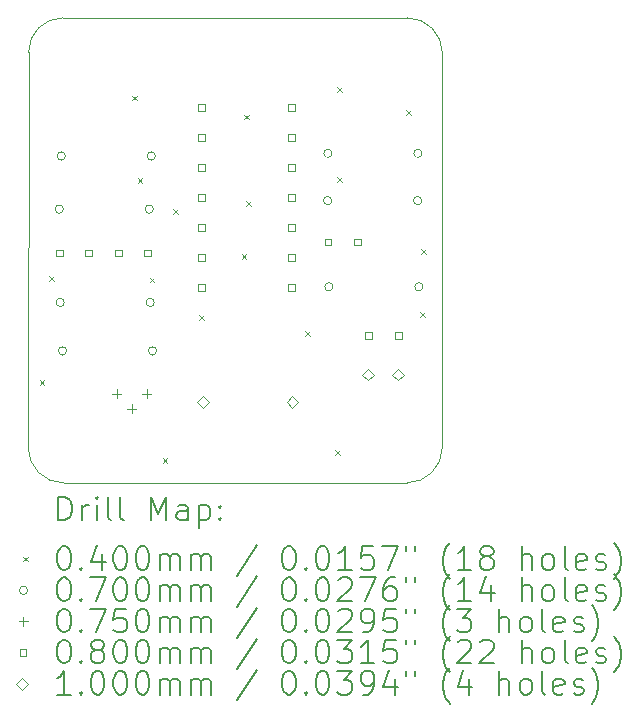
<source format=gbr>
%TF.GenerationSoftware,KiCad,Pcbnew,7.0.6*%
%TF.CreationDate,2023-09-30T15:22:59+02:00*%
%TF.ProjectId,cd4069-siren,63643430-3639-42d7-9369-72656e2e6b69,0*%
%TF.SameCoordinates,Original*%
%TF.FileFunction,Drillmap*%
%TF.FilePolarity,Positive*%
%FSLAX45Y45*%
G04 Gerber Fmt 4.5, Leading zero omitted, Abs format (unit mm)*
G04 Created by KiCad (PCBNEW 7.0.6) date 2023-09-30 15:22:59*
%MOMM*%
%LPD*%
G01*
G04 APERTURE LIST*
%ADD10C,0.100000*%
%ADD11C,0.200000*%
%ADD12C,0.040000*%
%ADD13C,0.070000*%
%ADD14C,0.075000*%
%ADD15C,0.080000*%
G04 APERTURE END LIST*
D10*
X9192132Y-8677868D02*
X12097868Y-8677868D01*
X12400000Y-5040000D02*
G75*
G03*
X12100000Y-4740000I-300000J0D01*
G01*
X12100000Y-4740000D02*
X9185061Y-4740000D01*
X9185061Y-4740001D02*
G75*
G03*
X8895061Y-5030000I-1J-289999D01*
G01*
X8895061Y-5030000D02*
X8892132Y-8377868D01*
X8892132Y-8377868D02*
G75*
G03*
X9192132Y-8677868I299998J-2D01*
G01*
X12397868Y-8377868D02*
X12400000Y-5040000D01*
X12097868Y-8677868D02*
G75*
G03*
X12397868Y-8377868I2J299998D01*
G01*
D11*
D12*
X8990000Y-7810000D02*
X9030000Y-7850000D01*
X9030000Y-7810000D02*
X8990000Y-7850000D01*
X9070000Y-6930000D02*
X9110000Y-6970000D01*
X9110000Y-6930000D02*
X9070000Y-6970000D01*
X9770000Y-5400000D02*
X9810000Y-5440000D01*
X9810000Y-5400000D02*
X9770000Y-5440000D01*
X9820000Y-6100000D02*
X9860000Y-6140000D01*
X9860000Y-6100000D02*
X9820000Y-6140000D01*
X9920000Y-6940000D02*
X9960000Y-6980000D01*
X9960000Y-6940000D02*
X9920000Y-6980000D01*
X10030000Y-8470000D02*
X10070000Y-8510000D01*
X10070000Y-8470000D02*
X10030000Y-8510000D01*
X10120000Y-6360000D02*
X10160000Y-6400000D01*
X10160000Y-6360000D02*
X10120000Y-6400000D01*
X10340000Y-7260000D02*
X10380000Y-7300000D01*
X10380000Y-7260000D02*
X10340000Y-7300000D01*
X10700000Y-6740000D02*
X10740000Y-6780000D01*
X10740000Y-6740000D02*
X10700000Y-6780000D01*
X10720000Y-5560000D02*
X10760000Y-5600000D01*
X10760000Y-5560000D02*
X10720000Y-5600000D01*
X10740000Y-6290000D02*
X10780000Y-6330000D01*
X10780000Y-6290000D02*
X10740000Y-6330000D01*
X11240000Y-7390000D02*
X11280000Y-7430000D01*
X11280000Y-7390000D02*
X11240000Y-7430000D01*
X11490000Y-8400000D02*
X11530000Y-8440000D01*
X11530000Y-8400000D02*
X11490000Y-8440000D01*
X11510000Y-5330000D02*
X11550000Y-5370000D01*
X11550000Y-5330000D02*
X11510000Y-5370000D01*
X11510000Y-6090000D02*
X11550000Y-6130000D01*
X11550000Y-6090000D02*
X11510000Y-6130000D01*
X12090000Y-5520000D02*
X12130000Y-5560000D01*
X12130000Y-5520000D02*
X12090000Y-5560000D01*
X12210000Y-7230000D02*
X12250000Y-7270000D01*
X12250000Y-7230000D02*
X12210000Y-7270000D01*
X12220000Y-6700000D02*
X12260000Y-6740000D01*
X12260000Y-6700000D02*
X12220000Y-6740000D01*
D13*
X9190000Y-6360000D02*
G75*
G03*
X9190000Y-6360000I-35000J0D01*
G01*
X9198000Y-7150000D02*
G75*
G03*
X9198000Y-7150000I-35000J0D01*
G01*
X9208000Y-5910000D02*
G75*
G03*
X9208000Y-5910000I-35000J0D01*
G01*
X9218000Y-7560000D02*
G75*
G03*
X9218000Y-7560000I-35000J0D01*
G01*
X9952000Y-6360000D02*
G75*
G03*
X9952000Y-6360000I-35000J0D01*
G01*
X9960000Y-7150000D02*
G75*
G03*
X9960000Y-7150000I-35000J0D01*
G01*
X9970000Y-5910000D02*
G75*
G03*
X9970000Y-5910000I-35000J0D01*
G01*
X9980000Y-7560000D02*
G75*
G03*
X9980000Y-7560000I-35000J0D01*
G01*
X11463000Y-6287500D02*
G75*
G03*
X11463000Y-6287500I-35000J0D01*
G01*
X11464000Y-5887500D02*
G75*
G03*
X11464000Y-5887500I-35000J0D01*
G01*
X11473000Y-7017500D02*
G75*
G03*
X11473000Y-7017500I-35000J0D01*
G01*
X12225000Y-6287500D02*
G75*
G03*
X12225000Y-6287500I-35000J0D01*
G01*
X12226000Y-5887500D02*
G75*
G03*
X12226000Y-5887500I-35000J0D01*
G01*
X12235000Y-7017500D02*
G75*
G03*
X12235000Y-7017500I-35000J0D01*
G01*
D14*
X9643000Y-7885500D02*
X9643000Y-7960500D01*
X9605500Y-7923000D02*
X9680500Y-7923000D01*
X9770000Y-8012500D02*
X9770000Y-8087500D01*
X9732500Y-8050000D02*
X9807500Y-8050000D01*
X9897000Y-7885500D02*
X9897000Y-7960500D01*
X9859500Y-7923000D02*
X9934500Y-7923000D01*
D15*
X9183285Y-6758284D02*
X9183285Y-6701715D01*
X9126716Y-6701715D01*
X9126716Y-6758284D01*
X9183285Y-6758284D01*
X9433285Y-6758284D02*
X9433285Y-6701715D01*
X9376716Y-6701715D01*
X9376716Y-6758284D01*
X9433285Y-6758284D01*
X9683285Y-6758284D02*
X9683285Y-6701715D01*
X9626716Y-6701715D01*
X9626716Y-6758284D01*
X9683285Y-6758284D01*
X9933285Y-6758284D02*
X9933285Y-6701715D01*
X9876716Y-6701715D01*
X9876716Y-6758284D01*
X9933285Y-6758284D01*
X10388285Y-5525785D02*
X10388285Y-5469216D01*
X10331716Y-5469216D01*
X10331716Y-5525785D01*
X10388285Y-5525785D01*
X10388285Y-5779784D02*
X10388285Y-5723215D01*
X10331716Y-5723215D01*
X10331716Y-5779784D01*
X10388285Y-5779784D01*
X10388285Y-6033784D02*
X10388285Y-5977215D01*
X10331716Y-5977215D01*
X10331716Y-6033784D01*
X10388285Y-6033784D01*
X10388285Y-6287784D02*
X10388285Y-6231215D01*
X10331716Y-6231215D01*
X10331716Y-6287784D01*
X10388285Y-6287784D01*
X10388285Y-6541784D02*
X10388285Y-6485215D01*
X10331716Y-6485215D01*
X10331716Y-6541784D01*
X10388285Y-6541784D01*
X10388285Y-6795784D02*
X10388285Y-6739215D01*
X10331716Y-6739215D01*
X10331716Y-6795784D01*
X10388285Y-6795784D01*
X10388285Y-7049784D02*
X10388285Y-6993215D01*
X10331716Y-6993215D01*
X10331716Y-7049784D01*
X10388285Y-7049784D01*
X11150285Y-5525785D02*
X11150285Y-5469216D01*
X11093716Y-5469216D01*
X11093716Y-5525785D01*
X11150285Y-5525785D01*
X11150285Y-5779784D02*
X11150285Y-5723215D01*
X11093716Y-5723215D01*
X11093716Y-5779784D01*
X11150285Y-5779784D01*
X11150285Y-6033784D02*
X11150285Y-5977215D01*
X11093716Y-5977215D01*
X11093716Y-6033784D01*
X11150285Y-6033784D01*
X11150285Y-6287784D02*
X11150285Y-6231215D01*
X11093716Y-6231215D01*
X11093716Y-6287784D01*
X11150285Y-6287784D01*
X11150285Y-6541784D02*
X11150285Y-6485215D01*
X11093716Y-6485215D01*
X11093716Y-6541784D01*
X11150285Y-6541784D01*
X11150285Y-6795784D02*
X11150285Y-6739215D01*
X11093716Y-6739215D01*
X11093716Y-6795784D01*
X11150285Y-6795784D01*
X11150285Y-7049784D02*
X11150285Y-6993215D01*
X11093716Y-6993215D01*
X11093716Y-7049784D01*
X11150285Y-7049784D01*
X11458284Y-6665784D02*
X11458284Y-6609215D01*
X11401715Y-6609215D01*
X11401715Y-6665784D01*
X11458284Y-6665784D01*
X11708284Y-6665784D02*
X11708284Y-6609215D01*
X11651715Y-6609215D01*
X11651715Y-6665784D01*
X11708284Y-6665784D01*
X11803284Y-7458284D02*
X11803284Y-7401715D01*
X11746715Y-7401715D01*
X11746715Y-7458284D01*
X11803284Y-7458284D01*
X12053284Y-7458284D02*
X12053284Y-7401715D01*
X11996715Y-7401715D01*
X11996715Y-7458284D01*
X12053284Y-7458284D01*
D10*
X10370000Y-8040000D02*
X10420000Y-7990000D01*
X10370000Y-7940000D01*
X10320000Y-7990000D01*
X10370000Y-8040000D01*
X11130000Y-8040000D02*
X11180000Y-7990000D01*
X11130000Y-7940000D01*
X11080000Y-7990000D01*
X11130000Y-8040000D01*
X11766000Y-7810000D02*
X11816000Y-7760000D01*
X11766000Y-7710000D01*
X11716000Y-7760000D01*
X11766000Y-7810000D01*
X12020000Y-7810000D02*
X12070000Y-7760000D01*
X12020000Y-7710000D01*
X11970000Y-7760000D01*
X12020000Y-7810000D01*
D11*
X9147909Y-8994352D02*
X9147909Y-8794352D01*
X9147909Y-8794352D02*
X9195528Y-8794352D01*
X9195528Y-8794352D02*
X9224099Y-8803876D01*
X9224099Y-8803876D02*
X9243147Y-8822923D01*
X9243147Y-8822923D02*
X9252671Y-8841971D01*
X9252671Y-8841971D02*
X9262195Y-8880066D01*
X9262195Y-8880066D02*
X9262195Y-8908638D01*
X9262195Y-8908638D02*
X9252671Y-8946733D01*
X9252671Y-8946733D02*
X9243147Y-8965780D01*
X9243147Y-8965780D02*
X9224099Y-8984828D01*
X9224099Y-8984828D02*
X9195528Y-8994352D01*
X9195528Y-8994352D02*
X9147909Y-8994352D01*
X9347909Y-8994352D02*
X9347909Y-8861018D01*
X9347909Y-8899114D02*
X9357433Y-8880066D01*
X9357433Y-8880066D02*
X9366956Y-8870542D01*
X9366956Y-8870542D02*
X9386004Y-8861018D01*
X9386004Y-8861018D02*
X9405052Y-8861018D01*
X9471718Y-8994352D02*
X9471718Y-8861018D01*
X9471718Y-8794352D02*
X9462195Y-8803876D01*
X9462195Y-8803876D02*
X9471718Y-8813399D01*
X9471718Y-8813399D02*
X9481242Y-8803876D01*
X9481242Y-8803876D02*
X9471718Y-8794352D01*
X9471718Y-8794352D02*
X9471718Y-8813399D01*
X9595528Y-8994352D02*
X9576480Y-8984828D01*
X9576480Y-8984828D02*
X9566956Y-8965780D01*
X9566956Y-8965780D02*
X9566956Y-8794352D01*
X9700290Y-8994352D02*
X9681242Y-8984828D01*
X9681242Y-8984828D02*
X9671718Y-8965780D01*
X9671718Y-8965780D02*
X9671718Y-8794352D01*
X9928861Y-8994352D02*
X9928861Y-8794352D01*
X9928861Y-8794352D02*
X9995528Y-8937209D01*
X9995528Y-8937209D02*
X10062195Y-8794352D01*
X10062195Y-8794352D02*
X10062195Y-8994352D01*
X10243147Y-8994352D02*
X10243147Y-8889590D01*
X10243147Y-8889590D02*
X10233623Y-8870542D01*
X10233623Y-8870542D02*
X10214576Y-8861018D01*
X10214576Y-8861018D02*
X10176480Y-8861018D01*
X10176480Y-8861018D02*
X10157433Y-8870542D01*
X10243147Y-8984828D02*
X10224099Y-8994352D01*
X10224099Y-8994352D02*
X10176480Y-8994352D01*
X10176480Y-8994352D02*
X10157433Y-8984828D01*
X10157433Y-8984828D02*
X10147909Y-8965780D01*
X10147909Y-8965780D02*
X10147909Y-8946733D01*
X10147909Y-8946733D02*
X10157433Y-8927685D01*
X10157433Y-8927685D02*
X10176480Y-8918161D01*
X10176480Y-8918161D02*
X10224099Y-8918161D01*
X10224099Y-8918161D02*
X10243147Y-8908638D01*
X10338385Y-8861018D02*
X10338385Y-9061018D01*
X10338385Y-8870542D02*
X10357433Y-8861018D01*
X10357433Y-8861018D02*
X10395528Y-8861018D01*
X10395528Y-8861018D02*
X10414576Y-8870542D01*
X10414576Y-8870542D02*
X10424099Y-8880066D01*
X10424099Y-8880066D02*
X10433623Y-8899114D01*
X10433623Y-8899114D02*
X10433623Y-8956257D01*
X10433623Y-8956257D02*
X10424099Y-8975304D01*
X10424099Y-8975304D02*
X10414576Y-8984828D01*
X10414576Y-8984828D02*
X10395528Y-8994352D01*
X10395528Y-8994352D02*
X10357433Y-8994352D01*
X10357433Y-8994352D02*
X10338385Y-8984828D01*
X10519337Y-8975304D02*
X10528861Y-8984828D01*
X10528861Y-8984828D02*
X10519337Y-8994352D01*
X10519337Y-8994352D02*
X10509814Y-8984828D01*
X10509814Y-8984828D02*
X10519337Y-8975304D01*
X10519337Y-8975304D02*
X10519337Y-8994352D01*
X10519337Y-8870542D02*
X10528861Y-8880066D01*
X10528861Y-8880066D02*
X10519337Y-8889590D01*
X10519337Y-8889590D02*
X10509814Y-8880066D01*
X10509814Y-8880066D02*
X10519337Y-8870542D01*
X10519337Y-8870542D02*
X10519337Y-8889590D01*
D12*
X8847132Y-9302868D02*
X8887132Y-9342868D01*
X8887132Y-9302868D02*
X8847132Y-9342868D01*
D11*
X9186004Y-9214352D02*
X9205052Y-9214352D01*
X9205052Y-9214352D02*
X9224099Y-9223876D01*
X9224099Y-9223876D02*
X9233623Y-9233399D01*
X9233623Y-9233399D02*
X9243147Y-9252447D01*
X9243147Y-9252447D02*
X9252671Y-9290542D01*
X9252671Y-9290542D02*
X9252671Y-9338161D01*
X9252671Y-9338161D02*
X9243147Y-9376257D01*
X9243147Y-9376257D02*
X9233623Y-9395304D01*
X9233623Y-9395304D02*
X9224099Y-9404828D01*
X9224099Y-9404828D02*
X9205052Y-9414352D01*
X9205052Y-9414352D02*
X9186004Y-9414352D01*
X9186004Y-9414352D02*
X9166956Y-9404828D01*
X9166956Y-9404828D02*
X9157433Y-9395304D01*
X9157433Y-9395304D02*
X9147909Y-9376257D01*
X9147909Y-9376257D02*
X9138385Y-9338161D01*
X9138385Y-9338161D02*
X9138385Y-9290542D01*
X9138385Y-9290542D02*
X9147909Y-9252447D01*
X9147909Y-9252447D02*
X9157433Y-9233399D01*
X9157433Y-9233399D02*
X9166956Y-9223876D01*
X9166956Y-9223876D02*
X9186004Y-9214352D01*
X9338385Y-9395304D02*
X9347909Y-9404828D01*
X9347909Y-9404828D02*
X9338385Y-9414352D01*
X9338385Y-9414352D02*
X9328861Y-9404828D01*
X9328861Y-9404828D02*
X9338385Y-9395304D01*
X9338385Y-9395304D02*
X9338385Y-9414352D01*
X9519337Y-9281018D02*
X9519337Y-9414352D01*
X9471718Y-9204828D02*
X9424099Y-9347685D01*
X9424099Y-9347685D02*
X9547909Y-9347685D01*
X9662195Y-9214352D02*
X9681242Y-9214352D01*
X9681242Y-9214352D02*
X9700290Y-9223876D01*
X9700290Y-9223876D02*
X9709814Y-9233399D01*
X9709814Y-9233399D02*
X9719337Y-9252447D01*
X9719337Y-9252447D02*
X9728861Y-9290542D01*
X9728861Y-9290542D02*
X9728861Y-9338161D01*
X9728861Y-9338161D02*
X9719337Y-9376257D01*
X9719337Y-9376257D02*
X9709814Y-9395304D01*
X9709814Y-9395304D02*
X9700290Y-9404828D01*
X9700290Y-9404828D02*
X9681242Y-9414352D01*
X9681242Y-9414352D02*
X9662195Y-9414352D01*
X9662195Y-9414352D02*
X9643147Y-9404828D01*
X9643147Y-9404828D02*
X9633623Y-9395304D01*
X9633623Y-9395304D02*
X9624099Y-9376257D01*
X9624099Y-9376257D02*
X9614576Y-9338161D01*
X9614576Y-9338161D02*
X9614576Y-9290542D01*
X9614576Y-9290542D02*
X9624099Y-9252447D01*
X9624099Y-9252447D02*
X9633623Y-9233399D01*
X9633623Y-9233399D02*
X9643147Y-9223876D01*
X9643147Y-9223876D02*
X9662195Y-9214352D01*
X9852671Y-9214352D02*
X9871718Y-9214352D01*
X9871718Y-9214352D02*
X9890766Y-9223876D01*
X9890766Y-9223876D02*
X9900290Y-9233399D01*
X9900290Y-9233399D02*
X9909814Y-9252447D01*
X9909814Y-9252447D02*
X9919337Y-9290542D01*
X9919337Y-9290542D02*
X9919337Y-9338161D01*
X9919337Y-9338161D02*
X9909814Y-9376257D01*
X9909814Y-9376257D02*
X9900290Y-9395304D01*
X9900290Y-9395304D02*
X9890766Y-9404828D01*
X9890766Y-9404828D02*
X9871718Y-9414352D01*
X9871718Y-9414352D02*
X9852671Y-9414352D01*
X9852671Y-9414352D02*
X9833623Y-9404828D01*
X9833623Y-9404828D02*
X9824099Y-9395304D01*
X9824099Y-9395304D02*
X9814576Y-9376257D01*
X9814576Y-9376257D02*
X9805052Y-9338161D01*
X9805052Y-9338161D02*
X9805052Y-9290542D01*
X9805052Y-9290542D02*
X9814576Y-9252447D01*
X9814576Y-9252447D02*
X9824099Y-9233399D01*
X9824099Y-9233399D02*
X9833623Y-9223876D01*
X9833623Y-9223876D02*
X9852671Y-9214352D01*
X10005052Y-9414352D02*
X10005052Y-9281018D01*
X10005052Y-9300066D02*
X10014576Y-9290542D01*
X10014576Y-9290542D02*
X10033623Y-9281018D01*
X10033623Y-9281018D02*
X10062195Y-9281018D01*
X10062195Y-9281018D02*
X10081242Y-9290542D01*
X10081242Y-9290542D02*
X10090766Y-9309590D01*
X10090766Y-9309590D02*
X10090766Y-9414352D01*
X10090766Y-9309590D02*
X10100290Y-9290542D01*
X10100290Y-9290542D02*
X10119337Y-9281018D01*
X10119337Y-9281018D02*
X10147909Y-9281018D01*
X10147909Y-9281018D02*
X10166957Y-9290542D01*
X10166957Y-9290542D02*
X10176480Y-9309590D01*
X10176480Y-9309590D02*
X10176480Y-9414352D01*
X10271718Y-9414352D02*
X10271718Y-9281018D01*
X10271718Y-9300066D02*
X10281242Y-9290542D01*
X10281242Y-9290542D02*
X10300290Y-9281018D01*
X10300290Y-9281018D02*
X10328861Y-9281018D01*
X10328861Y-9281018D02*
X10347909Y-9290542D01*
X10347909Y-9290542D02*
X10357433Y-9309590D01*
X10357433Y-9309590D02*
X10357433Y-9414352D01*
X10357433Y-9309590D02*
X10366957Y-9290542D01*
X10366957Y-9290542D02*
X10386004Y-9281018D01*
X10386004Y-9281018D02*
X10414576Y-9281018D01*
X10414576Y-9281018D02*
X10433623Y-9290542D01*
X10433623Y-9290542D02*
X10443147Y-9309590D01*
X10443147Y-9309590D02*
X10443147Y-9414352D01*
X10833623Y-9204828D02*
X10662195Y-9461971D01*
X11090766Y-9214352D02*
X11109814Y-9214352D01*
X11109814Y-9214352D02*
X11128861Y-9223876D01*
X11128861Y-9223876D02*
X11138385Y-9233399D01*
X11138385Y-9233399D02*
X11147909Y-9252447D01*
X11147909Y-9252447D02*
X11157433Y-9290542D01*
X11157433Y-9290542D02*
X11157433Y-9338161D01*
X11157433Y-9338161D02*
X11147909Y-9376257D01*
X11147909Y-9376257D02*
X11138385Y-9395304D01*
X11138385Y-9395304D02*
X11128861Y-9404828D01*
X11128861Y-9404828D02*
X11109814Y-9414352D01*
X11109814Y-9414352D02*
X11090766Y-9414352D01*
X11090766Y-9414352D02*
X11071719Y-9404828D01*
X11071719Y-9404828D02*
X11062195Y-9395304D01*
X11062195Y-9395304D02*
X11052671Y-9376257D01*
X11052671Y-9376257D02*
X11043147Y-9338161D01*
X11043147Y-9338161D02*
X11043147Y-9290542D01*
X11043147Y-9290542D02*
X11052671Y-9252447D01*
X11052671Y-9252447D02*
X11062195Y-9233399D01*
X11062195Y-9233399D02*
X11071719Y-9223876D01*
X11071719Y-9223876D02*
X11090766Y-9214352D01*
X11243147Y-9395304D02*
X11252671Y-9404828D01*
X11252671Y-9404828D02*
X11243147Y-9414352D01*
X11243147Y-9414352D02*
X11233623Y-9404828D01*
X11233623Y-9404828D02*
X11243147Y-9395304D01*
X11243147Y-9395304D02*
X11243147Y-9414352D01*
X11376480Y-9214352D02*
X11395528Y-9214352D01*
X11395528Y-9214352D02*
X11414576Y-9223876D01*
X11414576Y-9223876D02*
X11424099Y-9233399D01*
X11424099Y-9233399D02*
X11433623Y-9252447D01*
X11433623Y-9252447D02*
X11443147Y-9290542D01*
X11443147Y-9290542D02*
X11443147Y-9338161D01*
X11443147Y-9338161D02*
X11433623Y-9376257D01*
X11433623Y-9376257D02*
X11424099Y-9395304D01*
X11424099Y-9395304D02*
X11414576Y-9404828D01*
X11414576Y-9404828D02*
X11395528Y-9414352D01*
X11395528Y-9414352D02*
X11376480Y-9414352D01*
X11376480Y-9414352D02*
X11357433Y-9404828D01*
X11357433Y-9404828D02*
X11347909Y-9395304D01*
X11347909Y-9395304D02*
X11338385Y-9376257D01*
X11338385Y-9376257D02*
X11328861Y-9338161D01*
X11328861Y-9338161D02*
X11328861Y-9290542D01*
X11328861Y-9290542D02*
X11338385Y-9252447D01*
X11338385Y-9252447D02*
X11347909Y-9233399D01*
X11347909Y-9233399D02*
X11357433Y-9223876D01*
X11357433Y-9223876D02*
X11376480Y-9214352D01*
X11633623Y-9414352D02*
X11519338Y-9414352D01*
X11576480Y-9414352D02*
X11576480Y-9214352D01*
X11576480Y-9214352D02*
X11557433Y-9242923D01*
X11557433Y-9242923D02*
X11538385Y-9261971D01*
X11538385Y-9261971D02*
X11519338Y-9271495D01*
X11814576Y-9214352D02*
X11719338Y-9214352D01*
X11719338Y-9214352D02*
X11709814Y-9309590D01*
X11709814Y-9309590D02*
X11719338Y-9300066D01*
X11719338Y-9300066D02*
X11738385Y-9290542D01*
X11738385Y-9290542D02*
X11786004Y-9290542D01*
X11786004Y-9290542D02*
X11805052Y-9300066D01*
X11805052Y-9300066D02*
X11814576Y-9309590D01*
X11814576Y-9309590D02*
X11824099Y-9328638D01*
X11824099Y-9328638D02*
X11824099Y-9376257D01*
X11824099Y-9376257D02*
X11814576Y-9395304D01*
X11814576Y-9395304D02*
X11805052Y-9404828D01*
X11805052Y-9404828D02*
X11786004Y-9414352D01*
X11786004Y-9414352D02*
X11738385Y-9414352D01*
X11738385Y-9414352D02*
X11719338Y-9404828D01*
X11719338Y-9404828D02*
X11709814Y-9395304D01*
X11890766Y-9214352D02*
X12024099Y-9214352D01*
X12024099Y-9214352D02*
X11938385Y-9414352D01*
X12090766Y-9214352D02*
X12090766Y-9252447D01*
X12166957Y-9214352D02*
X12166957Y-9252447D01*
X12462195Y-9490542D02*
X12452671Y-9481018D01*
X12452671Y-9481018D02*
X12433623Y-9452447D01*
X12433623Y-9452447D02*
X12424100Y-9433399D01*
X12424100Y-9433399D02*
X12414576Y-9404828D01*
X12414576Y-9404828D02*
X12405052Y-9357209D01*
X12405052Y-9357209D02*
X12405052Y-9319114D01*
X12405052Y-9319114D02*
X12414576Y-9271495D01*
X12414576Y-9271495D02*
X12424100Y-9242923D01*
X12424100Y-9242923D02*
X12433623Y-9223876D01*
X12433623Y-9223876D02*
X12452671Y-9195304D01*
X12452671Y-9195304D02*
X12462195Y-9185780D01*
X12643147Y-9414352D02*
X12528861Y-9414352D01*
X12586004Y-9414352D02*
X12586004Y-9214352D01*
X12586004Y-9214352D02*
X12566957Y-9242923D01*
X12566957Y-9242923D02*
X12547909Y-9261971D01*
X12547909Y-9261971D02*
X12528861Y-9271495D01*
X12757433Y-9300066D02*
X12738385Y-9290542D01*
X12738385Y-9290542D02*
X12728861Y-9281018D01*
X12728861Y-9281018D02*
X12719338Y-9261971D01*
X12719338Y-9261971D02*
X12719338Y-9252447D01*
X12719338Y-9252447D02*
X12728861Y-9233399D01*
X12728861Y-9233399D02*
X12738385Y-9223876D01*
X12738385Y-9223876D02*
X12757433Y-9214352D01*
X12757433Y-9214352D02*
X12795528Y-9214352D01*
X12795528Y-9214352D02*
X12814576Y-9223876D01*
X12814576Y-9223876D02*
X12824100Y-9233399D01*
X12824100Y-9233399D02*
X12833623Y-9252447D01*
X12833623Y-9252447D02*
X12833623Y-9261971D01*
X12833623Y-9261971D02*
X12824100Y-9281018D01*
X12824100Y-9281018D02*
X12814576Y-9290542D01*
X12814576Y-9290542D02*
X12795528Y-9300066D01*
X12795528Y-9300066D02*
X12757433Y-9300066D01*
X12757433Y-9300066D02*
X12738385Y-9309590D01*
X12738385Y-9309590D02*
X12728861Y-9319114D01*
X12728861Y-9319114D02*
X12719338Y-9338161D01*
X12719338Y-9338161D02*
X12719338Y-9376257D01*
X12719338Y-9376257D02*
X12728861Y-9395304D01*
X12728861Y-9395304D02*
X12738385Y-9404828D01*
X12738385Y-9404828D02*
X12757433Y-9414352D01*
X12757433Y-9414352D02*
X12795528Y-9414352D01*
X12795528Y-9414352D02*
X12814576Y-9404828D01*
X12814576Y-9404828D02*
X12824100Y-9395304D01*
X12824100Y-9395304D02*
X12833623Y-9376257D01*
X12833623Y-9376257D02*
X12833623Y-9338161D01*
X12833623Y-9338161D02*
X12824100Y-9319114D01*
X12824100Y-9319114D02*
X12814576Y-9309590D01*
X12814576Y-9309590D02*
X12795528Y-9300066D01*
X13071719Y-9414352D02*
X13071719Y-9214352D01*
X13157433Y-9414352D02*
X13157433Y-9309590D01*
X13157433Y-9309590D02*
X13147909Y-9290542D01*
X13147909Y-9290542D02*
X13128862Y-9281018D01*
X13128862Y-9281018D02*
X13100290Y-9281018D01*
X13100290Y-9281018D02*
X13081242Y-9290542D01*
X13081242Y-9290542D02*
X13071719Y-9300066D01*
X13281242Y-9414352D02*
X13262195Y-9404828D01*
X13262195Y-9404828D02*
X13252671Y-9395304D01*
X13252671Y-9395304D02*
X13243147Y-9376257D01*
X13243147Y-9376257D02*
X13243147Y-9319114D01*
X13243147Y-9319114D02*
X13252671Y-9300066D01*
X13252671Y-9300066D02*
X13262195Y-9290542D01*
X13262195Y-9290542D02*
X13281242Y-9281018D01*
X13281242Y-9281018D02*
X13309814Y-9281018D01*
X13309814Y-9281018D02*
X13328862Y-9290542D01*
X13328862Y-9290542D02*
X13338385Y-9300066D01*
X13338385Y-9300066D02*
X13347909Y-9319114D01*
X13347909Y-9319114D02*
X13347909Y-9376257D01*
X13347909Y-9376257D02*
X13338385Y-9395304D01*
X13338385Y-9395304D02*
X13328862Y-9404828D01*
X13328862Y-9404828D02*
X13309814Y-9414352D01*
X13309814Y-9414352D02*
X13281242Y-9414352D01*
X13462195Y-9414352D02*
X13443147Y-9404828D01*
X13443147Y-9404828D02*
X13433623Y-9385780D01*
X13433623Y-9385780D02*
X13433623Y-9214352D01*
X13614576Y-9404828D02*
X13595528Y-9414352D01*
X13595528Y-9414352D02*
X13557433Y-9414352D01*
X13557433Y-9414352D02*
X13538385Y-9404828D01*
X13538385Y-9404828D02*
X13528862Y-9385780D01*
X13528862Y-9385780D02*
X13528862Y-9309590D01*
X13528862Y-9309590D02*
X13538385Y-9290542D01*
X13538385Y-9290542D02*
X13557433Y-9281018D01*
X13557433Y-9281018D02*
X13595528Y-9281018D01*
X13595528Y-9281018D02*
X13614576Y-9290542D01*
X13614576Y-9290542D02*
X13624100Y-9309590D01*
X13624100Y-9309590D02*
X13624100Y-9328638D01*
X13624100Y-9328638D02*
X13528862Y-9347685D01*
X13700290Y-9404828D02*
X13719338Y-9414352D01*
X13719338Y-9414352D02*
X13757433Y-9414352D01*
X13757433Y-9414352D02*
X13776481Y-9404828D01*
X13776481Y-9404828D02*
X13786004Y-9385780D01*
X13786004Y-9385780D02*
X13786004Y-9376257D01*
X13786004Y-9376257D02*
X13776481Y-9357209D01*
X13776481Y-9357209D02*
X13757433Y-9347685D01*
X13757433Y-9347685D02*
X13728862Y-9347685D01*
X13728862Y-9347685D02*
X13709814Y-9338161D01*
X13709814Y-9338161D02*
X13700290Y-9319114D01*
X13700290Y-9319114D02*
X13700290Y-9309590D01*
X13700290Y-9309590D02*
X13709814Y-9290542D01*
X13709814Y-9290542D02*
X13728862Y-9281018D01*
X13728862Y-9281018D02*
X13757433Y-9281018D01*
X13757433Y-9281018D02*
X13776481Y-9290542D01*
X13852671Y-9490542D02*
X13862195Y-9481018D01*
X13862195Y-9481018D02*
X13881243Y-9452447D01*
X13881243Y-9452447D02*
X13890766Y-9433399D01*
X13890766Y-9433399D02*
X13900290Y-9404828D01*
X13900290Y-9404828D02*
X13909814Y-9357209D01*
X13909814Y-9357209D02*
X13909814Y-9319114D01*
X13909814Y-9319114D02*
X13900290Y-9271495D01*
X13900290Y-9271495D02*
X13890766Y-9242923D01*
X13890766Y-9242923D02*
X13881243Y-9223876D01*
X13881243Y-9223876D02*
X13862195Y-9195304D01*
X13862195Y-9195304D02*
X13852671Y-9185780D01*
D13*
X8887132Y-9586868D02*
G75*
G03*
X8887132Y-9586868I-35000J0D01*
G01*
D11*
X9186004Y-9478352D02*
X9205052Y-9478352D01*
X9205052Y-9478352D02*
X9224099Y-9487876D01*
X9224099Y-9487876D02*
X9233623Y-9497399D01*
X9233623Y-9497399D02*
X9243147Y-9516447D01*
X9243147Y-9516447D02*
X9252671Y-9554542D01*
X9252671Y-9554542D02*
X9252671Y-9602161D01*
X9252671Y-9602161D02*
X9243147Y-9640257D01*
X9243147Y-9640257D02*
X9233623Y-9659304D01*
X9233623Y-9659304D02*
X9224099Y-9668828D01*
X9224099Y-9668828D02*
X9205052Y-9678352D01*
X9205052Y-9678352D02*
X9186004Y-9678352D01*
X9186004Y-9678352D02*
X9166956Y-9668828D01*
X9166956Y-9668828D02*
X9157433Y-9659304D01*
X9157433Y-9659304D02*
X9147909Y-9640257D01*
X9147909Y-9640257D02*
X9138385Y-9602161D01*
X9138385Y-9602161D02*
X9138385Y-9554542D01*
X9138385Y-9554542D02*
X9147909Y-9516447D01*
X9147909Y-9516447D02*
X9157433Y-9497399D01*
X9157433Y-9497399D02*
X9166956Y-9487876D01*
X9166956Y-9487876D02*
X9186004Y-9478352D01*
X9338385Y-9659304D02*
X9347909Y-9668828D01*
X9347909Y-9668828D02*
X9338385Y-9678352D01*
X9338385Y-9678352D02*
X9328861Y-9668828D01*
X9328861Y-9668828D02*
X9338385Y-9659304D01*
X9338385Y-9659304D02*
X9338385Y-9678352D01*
X9414576Y-9478352D02*
X9547909Y-9478352D01*
X9547909Y-9478352D02*
X9462195Y-9678352D01*
X9662195Y-9478352D02*
X9681242Y-9478352D01*
X9681242Y-9478352D02*
X9700290Y-9487876D01*
X9700290Y-9487876D02*
X9709814Y-9497399D01*
X9709814Y-9497399D02*
X9719337Y-9516447D01*
X9719337Y-9516447D02*
X9728861Y-9554542D01*
X9728861Y-9554542D02*
X9728861Y-9602161D01*
X9728861Y-9602161D02*
X9719337Y-9640257D01*
X9719337Y-9640257D02*
X9709814Y-9659304D01*
X9709814Y-9659304D02*
X9700290Y-9668828D01*
X9700290Y-9668828D02*
X9681242Y-9678352D01*
X9681242Y-9678352D02*
X9662195Y-9678352D01*
X9662195Y-9678352D02*
X9643147Y-9668828D01*
X9643147Y-9668828D02*
X9633623Y-9659304D01*
X9633623Y-9659304D02*
X9624099Y-9640257D01*
X9624099Y-9640257D02*
X9614576Y-9602161D01*
X9614576Y-9602161D02*
X9614576Y-9554542D01*
X9614576Y-9554542D02*
X9624099Y-9516447D01*
X9624099Y-9516447D02*
X9633623Y-9497399D01*
X9633623Y-9497399D02*
X9643147Y-9487876D01*
X9643147Y-9487876D02*
X9662195Y-9478352D01*
X9852671Y-9478352D02*
X9871718Y-9478352D01*
X9871718Y-9478352D02*
X9890766Y-9487876D01*
X9890766Y-9487876D02*
X9900290Y-9497399D01*
X9900290Y-9497399D02*
X9909814Y-9516447D01*
X9909814Y-9516447D02*
X9919337Y-9554542D01*
X9919337Y-9554542D02*
X9919337Y-9602161D01*
X9919337Y-9602161D02*
X9909814Y-9640257D01*
X9909814Y-9640257D02*
X9900290Y-9659304D01*
X9900290Y-9659304D02*
X9890766Y-9668828D01*
X9890766Y-9668828D02*
X9871718Y-9678352D01*
X9871718Y-9678352D02*
X9852671Y-9678352D01*
X9852671Y-9678352D02*
X9833623Y-9668828D01*
X9833623Y-9668828D02*
X9824099Y-9659304D01*
X9824099Y-9659304D02*
X9814576Y-9640257D01*
X9814576Y-9640257D02*
X9805052Y-9602161D01*
X9805052Y-9602161D02*
X9805052Y-9554542D01*
X9805052Y-9554542D02*
X9814576Y-9516447D01*
X9814576Y-9516447D02*
X9824099Y-9497399D01*
X9824099Y-9497399D02*
X9833623Y-9487876D01*
X9833623Y-9487876D02*
X9852671Y-9478352D01*
X10005052Y-9678352D02*
X10005052Y-9545018D01*
X10005052Y-9564066D02*
X10014576Y-9554542D01*
X10014576Y-9554542D02*
X10033623Y-9545018D01*
X10033623Y-9545018D02*
X10062195Y-9545018D01*
X10062195Y-9545018D02*
X10081242Y-9554542D01*
X10081242Y-9554542D02*
X10090766Y-9573590D01*
X10090766Y-9573590D02*
X10090766Y-9678352D01*
X10090766Y-9573590D02*
X10100290Y-9554542D01*
X10100290Y-9554542D02*
X10119337Y-9545018D01*
X10119337Y-9545018D02*
X10147909Y-9545018D01*
X10147909Y-9545018D02*
X10166957Y-9554542D01*
X10166957Y-9554542D02*
X10176480Y-9573590D01*
X10176480Y-9573590D02*
X10176480Y-9678352D01*
X10271718Y-9678352D02*
X10271718Y-9545018D01*
X10271718Y-9564066D02*
X10281242Y-9554542D01*
X10281242Y-9554542D02*
X10300290Y-9545018D01*
X10300290Y-9545018D02*
X10328861Y-9545018D01*
X10328861Y-9545018D02*
X10347909Y-9554542D01*
X10347909Y-9554542D02*
X10357433Y-9573590D01*
X10357433Y-9573590D02*
X10357433Y-9678352D01*
X10357433Y-9573590D02*
X10366957Y-9554542D01*
X10366957Y-9554542D02*
X10386004Y-9545018D01*
X10386004Y-9545018D02*
X10414576Y-9545018D01*
X10414576Y-9545018D02*
X10433623Y-9554542D01*
X10433623Y-9554542D02*
X10443147Y-9573590D01*
X10443147Y-9573590D02*
X10443147Y-9678352D01*
X10833623Y-9468828D02*
X10662195Y-9725971D01*
X11090766Y-9478352D02*
X11109814Y-9478352D01*
X11109814Y-9478352D02*
X11128861Y-9487876D01*
X11128861Y-9487876D02*
X11138385Y-9497399D01*
X11138385Y-9497399D02*
X11147909Y-9516447D01*
X11147909Y-9516447D02*
X11157433Y-9554542D01*
X11157433Y-9554542D02*
X11157433Y-9602161D01*
X11157433Y-9602161D02*
X11147909Y-9640257D01*
X11147909Y-9640257D02*
X11138385Y-9659304D01*
X11138385Y-9659304D02*
X11128861Y-9668828D01*
X11128861Y-9668828D02*
X11109814Y-9678352D01*
X11109814Y-9678352D02*
X11090766Y-9678352D01*
X11090766Y-9678352D02*
X11071719Y-9668828D01*
X11071719Y-9668828D02*
X11062195Y-9659304D01*
X11062195Y-9659304D02*
X11052671Y-9640257D01*
X11052671Y-9640257D02*
X11043147Y-9602161D01*
X11043147Y-9602161D02*
X11043147Y-9554542D01*
X11043147Y-9554542D02*
X11052671Y-9516447D01*
X11052671Y-9516447D02*
X11062195Y-9497399D01*
X11062195Y-9497399D02*
X11071719Y-9487876D01*
X11071719Y-9487876D02*
X11090766Y-9478352D01*
X11243147Y-9659304D02*
X11252671Y-9668828D01*
X11252671Y-9668828D02*
X11243147Y-9678352D01*
X11243147Y-9678352D02*
X11233623Y-9668828D01*
X11233623Y-9668828D02*
X11243147Y-9659304D01*
X11243147Y-9659304D02*
X11243147Y-9678352D01*
X11376480Y-9478352D02*
X11395528Y-9478352D01*
X11395528Y-9478352D02*
X11414576Y-9487876D01*
X11414576Y-9487876D02*
X11424099Y-9497399D01*
X11424099Y-9497399D02*
X11433623Y-9516447D01*
X11433623Y-9516447D02*
X11443147Y-9554542D01*
X11443147Y-9554542D02*
X11443147Y-9602161D01*
X11443147Y-9602161D02*
X11433623Y-9640257D01*
X11433623Y-9640257D02*
X11424099Y-9659304D01*
X11424099Y-9659304D02*
X11414576Y-9668828D01*
X11414576Y-9668828D02*
X11395528Y-9678352D01*
X11395528Y-9678352D02*
X11376480Y-9678352D01*
X11376480Y-9678352D02*
X11357433Y-9668828D01*
X11357433Y-9668828D02*
X11347909Y-9659304D01*
X11347909Y-9659304D02*
X11338385Y-9640257D01*
X11338385Y-9640257D02*
X11328861Y-9602161D01*
X11328861Y-9602161D02*
X11328861Y-9554542D01*
X11328861Y-9554542D02*
X11338385Y-9516447D01*
X11338385Y-9516447D02*
X11347909Y-9497399D01*
X11347909Y-9497399D02*
X11357433Y-9487876D01*
X11357433Y-9487876D02*
X11376480Y-9478352D01*
X11519338Y-9497399D02*
X11528861Y-9487876D01*
X11528861Y-9487876D02*
X11547909Y-9478352D01*
X11547909Y-9478352D02*
X11595528Y-9478352D01*
X11595528Y-9478352D02*
X11614576Y-9487876D01*
X11614576Y-9487876D02*
X11624099Y-9497399D01*
X11624099Y-9497399D02*
X11633623Y-9516447D01*
X11633623Y-9516447D02*
X11633623Y-9535495D01*
X11633623Y-9535495D02*
X11624099Y-9564066D01*
X11624099Y-9564066D02*
X11509814Y-9678352D01*
X11509814Y-9678352D02*
X11633623Y-9678352D01*
X11700290Y-9478352D02*
X11833623Y-9478352D01*
X11833623Y-9478352D02*
X11747909Y-9678352D01*
X11995528Y-9478352D02*
X11957433Y-9478352D01*
X11957433Y-9478352D02*
X11938385Y-9487876D01*
X11938385Y-9487876D02*
X11928861Y-9497399D01*
X11928861Y-9497399D02*
X11909814Y-9525971D01*
X11909814Y-9525971D02*
X11900290Y-9564066D01*
X11900290Y-9564066D02*
X11900290Y-9640257D01*
X11900290Y-9640257D02*
X11909814Y-9659304D01*
X11909814Y-9659304D02*
X11919338Y-9668828D01*
X11919338Y-9668828D02*
X11938385Y-9678352D01*
X11938385Y-9678352D02*
X11976480Y-9678352D01*
X11976480Y-9678352D02*
X11995528Y-9668828D01*
X11995528Y-9668828D02*
X12005052Y-9659304D01*
X12005052Y-9659304D02*
X12014576Y-9640257D01*
X12014576Y-9640257D02*
X12014576Y-9592638D01*
X12014576Y-9592638D02*
X12005052Y-9573590D01*
X12005052Y-9573590D02*
X11995528Y-9564066D01*
X11995528Y-9564066D02*
X11976480Y-9554542D01*
X11976480Y-9554542D02*
X11938385Y-9554542D01*
X11938385Y-9554542D02*
X11919338Y-9564066D01*
X11919338Y-9564066D02*
X11909814Y-9573590D01*
X11909814Y-9573590D02*
X11900290Y-9592638D01*
X12090766Y-9478352D02*
X12090766Y-9516447D01*
X12166957Y-9478352D02*
X12166957Y-9516447D01*
X12462195Y-9754542D02*
X12452671Y-9745018D01*
X12452671Y-9745018D02*
X12433623Y-9716447D01*
X12433623Y-9716447D02*
X12424100Y-9697399D01*
X12424100Y-9697399D02*
X12414576Y-9668828D01*
X12414576Y-9668828D02*
X12405052Y-9621209D01*
X12405052Y-9621209D02*
X12405052Y-9583114D01*
X12405052Y-9583114D02*
X12414576Y-9535495D01*
X12414576Y-9535495D02*
X12424100Y-9506923D01*
X12424100Y-9506923D02*
X12433623Y-9487876D01*
X12433623Y-9487876D02*
X12452671Y-9459304D01*
X12452671Y-9459304D02*
X12462195Y-9449780D01*
X12643147Y-9678352D02*
X12528861Y-9678352D01*
X12586004Y-9678352D02*
X12586004Y-9478352D01*
X12586004Y-9478352D02*
X12566957Y-9506923D01*
X12566957Y-9506923D02*
X12547909Y-9525971D01*
X12547909Y-9525971D02*
X12528861Y-9535495D01*
X12814576Y-9545018D02*
X12814576Y-9678352D01*
X12766957Y-9468828D02*
X12719338Y-9611685D01*
X12719338Y-9611685D02*
X12843147Y-9611685D01*
X13071719Y-9678352D02*
X13071719Y-9478352D01*
X13157433Y-9678352D02*
X13157433Y-9573590D01*
X13157433Y-9573590D02*
X13147909Y-9554542D01*
X13147909Y-9554542D02*
X13128862Y-9545018D01*
X13128862Y-9545018D02*
X13100290Y-9545018D01*
X13100290Y-9545018D02*
X13081242Y-9554542D01*
X13081242Y-9554542D02*
X13071719Y-9564066D01*
X13281242Y-9678352D02*
X13262195Y-9668828D01*
X13262195Y-9668828D02*
X13252671Y-9659304D01*
X13252671Y-9659304D02*
X13243147Y-9640257D01*
X13243147Y-9640257D02*
X13243147Y-9583114D01*
X13243147Y-9583114D02*
X13252671Y-9564066D01*
X13252671Y-9564066D02*
X13262195Y-9554542D01*
X13262195Y-9554542D02*
X13281242Y-9545018D01*
X13281242Y-9545018D02*
X13309814Y-9545018D01*
X13309814Y-9545018D02*
X13328862Y-9554542D01*
X13328862Y-9554542D02*
X13338385Y-9564066D01*
X13338385Y-9564066D02*
X13347909Y-9583114D01*
X13347909Y-9583114D02*
X13347909Y-9640257D01*
X13347909Y-9640257D02*
X13338385Y-9659304D01*
X13338385Y-9659304D02*
X13328862Y-9668828D01*
X13328862Y-9668828D02*
X13309814Y-9678352D01*
X13309814Y-9678352D02*
X13281242Y-9678352D01*
X13462195Y-9678352D02*
X13443147Y-9668828D01*
X13443147Y-9668828D02*
X13433623Y-9649780D01*
X13433623Y-9649780D02*
X13433623Y-9478352D01*
X13614576Y-9668828D02*
X13595528Y-9678352D01*
X13595528Y-9678352D02*
X13557433Y-9678352D01*
X13557433Y-9678352D02*
X13538385Y-9668828D01*
X13538385Y-9668828D02*
X13528862Y-9649780D01*
X13528862Y-9649780D02*
X13528862Y-9573590D01*
X13528862Y-9573590D02*
X13538385Y-9554542D01*
X13538385Y-9554542D02*
X13557433Y-9545018D01*
X13557433Y-9545018D02*
X13595528Y-9545018D01*
X13595528Y-9545018D02*
X13614576Y-9554542D01*
X13614576Y-9554542D02*
X13624100Y-9573590D01*
X13624100Y-9573590D02*
X13624100Y-9592638D01*
X13624100Y-9592638D02*
X13528862Y-9611685D01*
X13700290Y-9668828D02*
X13719338Y-9678352D01*
X13719338Y-9678352D02*
X13757433Y-9678352D01*
X13757433Y-9678352D02*
X13776481Y-9668828D01*
X13776481Y-9668828D02*
X13786004Y-9649780D01*
X13786004Y-9649780D02*
X13786004Y-9640257D01*
X13786004Y-9640257D02*
X13776481Y-9621209D01*
X13776481Y-9621209D02*
X13757433Y-9611685D01*
X13757433Y-9611685D02*
X13728862Y-9611685D01*
X13728862Y-9611685D02*
X13709814Y-9602161D01*
X13709814Y-9602161D02*
X13700290Y-9583114D01*
X13700290Y-9583114D02*
X13700290Y-9573590D01*
X13700290Y-9573590D02*
X13709814Y-9554542D01*
X13709814Y-9554542D02*
X13728862Y-9545018D01*
X13728862Y-9545018D02*
X13757433Y-9545018D01*
X13757433Y-9545018D02*
X13776481Y-9554542D01*
X13852671Y-9754542D02*
X13862195Y-9745018D01*
X13862195Y-9745018D02*
X13881243Y-9716447D01*
X13881243Y-9716447D02*
X13890766Y-9697399D01*
X13890766Y-9697399D02*
X13900290Y-9668828D01*
X13900290Y-9668828D02*
X13909814Y-9621209D01*
X13909814Y-9621209D02*
X13909814Y-9583114D01*
X13909814Y-9583114D02*
X13900290Y-9535495D01*
X13900290Y-9535495D02*
X13890766Y-9506923D01*
X13890766Y-9506923D02*
X13881243Y-9487876D01*
X13881243Y-9487876D02*
X13862195Y-9459304D01*
X13862195Y-9459304D02*
X13852671Y-9449780D01*
D14*
X8849632Y-9813368D02*
X8849632Y-9888368D01*
X8812132Y-9850868D02*
X8887132Y-9850868D01*
D11*
X9186004Y-9742352D02*
X9205052Y-9742352D01*
X9205052Y-9742352D02*
X9224099Y-9751876D01*
X9224099Y-9751876D02*
X9233623Y-9761399D01*
X9233623Y-9761399D02*
X9243147Y-9780447D01*
X9243147Y-9780447D02*
X9252671Y-9818542D01*
X9252671Y-9818542D02*
X9252671Y-9866161D01*
X9252671Y-9866161D02*
X9243147Y-9904257D01*
X9243147Y-9904257D02*
X9233623Y-9923304D01*
X9233623Y-9923304D02*
X9224099Y-9932828D01*
X9224099Y-9932828D02*
X9205052Y-9942352D01*
X9205052Y-9942352D02*
X9186004Y-9942352D01*
X9186004Y-9942352D02*
X9166956Y-9932828D01*
X9166956Y-9932828D02*
X9157433Y-9923304D01*
X9157433Y-9923304D02*
X9147909Y-9904257D01*
X9147909Y-9904257D02*
X9138385Y-9866161D01*
X9138385Y-9866161D02*
X9138385Y-9818542D01*
X9138385Y-9818542D02*
X9147909Y-9780447D01*
X9147909Y-9780447D02*
X9157433Y-9761399D01*
X9157433Y-9761399D02*
X9166956Y-9751876D01*
X9166956Y-9751876D02*
X9186004Y-9742352D01*
X9338385Y-9923304D02*
X9347909Y-9932828D01*
X9347909Y-9932828D02*
X9338385Y-9942352D01*
X9338385Y-9942352D02*
X9328861Y-9932828D01*
X9328861Y-9932828D02*
X9338385Y-9923304D01*
X9338385Y-9923304D02*
X9338385Y-9942352D01*
X9414576Y-9742352D02*
X9547909Y-9742352D01*
X9547909Y-9742352D02*
X9462195Y-9942352D01*
X9719337Y-9742352D02*
X9624099Y-9742352D01*
X9624099Y-9742352D02*
X9614576Y-9837590D01*
X9614576Y-9837590D02*
X9624099Y-9828066D01*
X9624099Y-9828066D02*
X9643147Y-9818542D01*
X9643147Y-9818542D02*
X9690766Y-9818542D01*
X9690766Y-9818542D02*
X9709814Y-9828066D01*
X9709814Y-9828066D02*
X9719337Y-9837590D01*
X9719337Y-9837590D02*
X9728861Y-9856638D01*
X9728861Y-9856638D02*
X9728861Y-9904257D01*
X9728861Y-9904257D02*
X9719337Y-9923304D01*
X9719337Y-9923304D02*
X9709814Y-9932828D01*
X9709814Y-9932828D02*
X9690766Y-9942352D01*
X9690766Y-9942352D02*
X9643147Y-9942352D01*
X9643147Y-9942352D02*
X9624099Y-9932828D01*
X9624099Y-9932828D02*
X9614576Y-9923304D01*
X9852671Y-9742352D02*
X9871718Y-9742352D01*
X9871718Y-9742352D02*
X9890766Y-9751876D01*
X9890766Y-9751876D02*
X9900290Y-9761399D01*
X9900290Y-9761399D02*
X9909814Y-9780447D01*
X9909814Y-9780447D02*
X9919337Y-9818542D01*
X9919337Y-9818542D02*
X9919337Y-9866161D01*
X9919337Y-9866161D02*
X9909814Y-9904257D01*
X9909814Y-9904257D02*
X9900290Y-9923304D01*
X9900290Y-9923304D02*
X9890766Y-9932828D01*
X9890766Y-9932828D02*
X9871718Y-9942352D01*
X9871718Y-9942352D02*
X9852671Y-9942352D01*
X9852671Y-9942352D02*
X9833623Y-9932828D01*
X9833623Y-9932828D02*
X9824099Y-9923304D01*
X9824099Y-9923304D02*
X9814576Y-9904257D01*
X9814576Y-9904257D02*
X9805052Y-9866161D01*
X9805052Y-9866161D02*
X9805052Y-9818542D01*
X9805052Y-9818542D02*
X9814576Y-9780447D01*
X9814576Y-9780447D02*
X9824099Y-9761399D01*
X9824099Y-9761399D02*
X9833623Y-9751876D01*
X9833623Y-9751876D02*
X9852671Y-9742352D01*
X10005052Y-9942352D02*
X10005052Y-9809018D01*
X10005052Y-9828066D02*
X10014576Y-9818542D01*
X10014576Y-9818542D02*
X10033623Y-9809018D01*
X10033623Y-9809018D02*
X10062195Y-9809018D01*
X10062195Y-9809018D02*
X10081242Y-9818542D01*
X10081242Y-9818542D02*
X10090766Y-9837590D01*
X10090766Y-9837590D02*
X10090766Y-9942352D01*
X10090766Y-9837590D02*
X10100290Y-9818542D01*
X10100290Y-9818542D02*
X10119337Y-9809018D01*
X10119337Y-9809018D02*
X10147909Y-9809018D01*
X10147909Y-9809018D02*
X10166957Y-9818542D01*
X10166957Y-9818542D02*
X10176480Y-9837590D01*
X10176480Y-9837590D02*
X10176480Y-9942352D01*
X10271718Y-9942352D02*
X10271718Y-9809018D01*
X10271718Y-9828066D02*
X10281242Y-9818542D01*
X10281242Y-9818542D02*
X10300290Y-9809018D01*
X10300290Y-9809018D02*
X10328861Y-9809018D01*
X10328861Y-9809018D02*
X10347909Y-9818542D01*
X10347909Y-9818542D02*
X10357433Y-9837590D01*
X10357433Y-9837590D02*
X10357433Y-9942352D01*
X10357433Y-9837590D02*
X10366957Y-9818542D01*
X10366957Y-9818542D02*
X10386004Y-9809018D01*
X10386004Y-9809018D02*
X10414576Y-9809018D01*
X10414576Y-9809018D02*
X10433623Y-9818542D01*
X10433623Y-9818542D02*
X10443147Y-9837590D01*
X10443147Y-9837590D02*
X10443147Y-9942352D01*
X10833623Y-9732828D02*
X10662195Y-9989971D01*
X11090766Y-9742352D02*
X11109814Y-9742352D01*
X11109814Y-9742352D02*
X11128861Y-9751876D01*
X11128861Y-9751876D02*
X11138385Y-9761399D01*
X11138385Y-9761399D02*
X11147909Y-9780447D01*
X11147909Y-9780447D02*
X11157433Y-9818542D01*
X11157433Y-9818542D02*
X11157433Y-9866161D01*
X11157433Y-9866161D02*
X11147909Y-9904257D01*
X11147909Y-9904257D02*
X11138385Y-9923304D01*
X11138385Y-9923304D02*
X11128861Y-9932828D01*
X11128861Y-9932828D02*
X11109814Y-9942352D01*
X11109814Y-9942352D02*
X11090766Y-9942352D01*
X11090766Y-9942352D02*
X11071719Y-9932828D01*
X11071719Y-9932828D02*
X11062195Y-9923304D01*
X11062195Y-9923304D02*
X11052671Y-9904257D01*
X11052671Y-9904257D02*
X11043147Y-9866161D01*
X11043147Y-9866161D02*
X11043147Y-9818542D01*
X11043147Y-9818542D02*
X11052671Y-9780447D01*
X11052671Y-9780447D02*
X11062195Y-9761399D01*
X11062195Y-9761399D02*
X11071719Y-9751876D01*
X11071719Y-9751876D02*
X11090766Y-9742352D01*
X11243147Y-9923304D02*
X11252671Y-9932828D01*
X11252671Y-9932828D02*
X11243147Y-9942352D01*
X11243147Y-9942352D02*
X11233623Y-9932828D01*
X11233623Y-9932828D02*
X11243147Y-9923304D01*
X11243147Y-9923304D02*
X11243147Y-9942352D01*
X11376480Y-9742352D02*
X11395528Y-9742352D01*
X11395528Y-9742352D02*
X11414576Y-9751876D01*
X11414576Y-9751876D02*
X11424099Y-9761399D01*
X11424099Y-9761399D02*
X11433623Y-9780447D01*
X11433623Y-9780447D02*
X11443147Y-9818542D01*
X11443147Y-9818542D02*
X11443147Y-9866161D01*
X11443147Y-9866161D02*
X11433623Y-9904257D01*
X11433623Y-9904257D02*
X11424099Y-9923304D01*
X11424099Y-9923304D02*
X11414576Y-9932828D01*
X11414576Y-9932828D02*
X11395528Y-9942352D01*
X11395528Y-9942352D02*
X11376480Y-9942352D01*
X11376480Y-9942352D02*
X11357433Y-9932828D01*
X11357433Y-9932828D02*
X11347909Y-9923304D01*
X11347909Y-9923304D02*
X11338385Y-9904257D01*
X11338385Y-9904257D02*
X11328861Y-9866161D01*
X11328861Y-9866161D02*
X11328861Y-9818542D01*
X11328861Y-9818542D02*
X11338385Y-9780447D01*
X11338385Y-9780447D02*
X11347909Y-9761399D01*
X11347909Y-9761399D02*
X11357433Y-9751876D01*
X11357433Y-9751876D02*
X11376480Y-9742352D01*
X11519338Y-9761399D02*
X11528861Y-9751876D01*
X11528861Y-9751876D02*
X11547909Y-9742352D01*
X11547909Y-9742352D02*
X11595528Y-9742352D01*
X11595528Y-9742352D02*
X11614576Y-9751876D01*
X11614576Y-9751876D02*
X11624099Y-9761399D01*
X11624099Y-9761399D02*
X11633623Y-9780447D01*
X11633623Y-9780447D02*
X11633623Y-9799495D01*
X11633623Y-9799495D02*
X11624099Y-9828066D01*
X11624099Y-9828066D02*
X11509814Y-9942352D01*
X11509814Y-9942352D02*
X11633623Y-9942352D01*
X11728861Y-9942352D02*
X11766957Y-9942352D01*
X11766957Y-9942352D02*
X11786004Y-9932828D01*
X11786004Y-9932828D02*
X11795528Y-9923304D01*
X11795528Y-9923304D02*
X11814576Y-9894733D01*
X11814576Y-9894733D02*
X11824099Y-9856638D01*
X11824099Y-9856638D02*
X11824099Y-9780447D01*
X11824099Y-9780447D02*
X11814576Y-9761399D01*
X11814576Y-9761399D02*
X11805052Y-9751876D01*
X11805052Y-9751876D02*
X11786004Y-9742352D01*
X11786004Y-9742352D02*
X11747909Y-9742352D01*
X11747909Y-9742352D02*
X11728861Y-9751876D01*
X11728861Y-9751876D02*
X11719338Y-9761399D01*
X11719338Y-9761399D02*
X11709814Y-9780447D01*
X11709814Y-9780447D02*
X11709814Y-9828066D01*
X11709814Y-9828066D02*
X11719338Y-9847114D01*
X11719338Y-9847114D02*
X11728861Y-9856638D01*
X11728861Y-9856638D02*
X11747909Y-9866161D01*
X11747909Y-9866161D02*
X11786004Y-9866161D01*
X11786004Y-9866161D02*
X11805052Y-9856638D01*
X11805052Y-9856638D02*
X11814576Y-9847114D01*
X11814576Y-9847114D02*
X11824099Y-9828066D01*
X12005052Y-9742352D02*
X11909814Y-9742352D01*
X11909814Y-9742352D02*
X11900290Y-9837590D01*
X11900290Y-9837590D02*
X11909814Y-9828066D01*
X11909814Y-9828066D02*
X11928861Y-9818542D01*
X11928861Y-9818542D02*
X11976480Y-9818542D01*
X11976480Y-9818542D02*
X11995528Y-9828066D01*
X11995528Y-9828066D02*
X12005052Y-9837590D01*
X12005052Y-9837590D02*
X12014576Y-9856638D01*
X12014576Y-9856638D02*
X12014576Y-9904257D01*
X12014576Y-9904257D02*
X12005052Y-9923304D01*
X12005052Y-9923304D02*
X11995528Y-9932828D01*
X11995528Y-9932828D02*
X11976480Y-9942352D01*
X11976480Y-9942352D02*
X11928861Y-9942352D01*
X11928861Y-9942352D02*
X11909814Y-9932828D01*
X11909814Y-9932828D02*
X11900290Y-9923304D01*
X12090766Y-9742352D02*
X12090766Y-9780447D01*
X12166957Y-9742352D02*
X12166957Y-9780447D01*
X12462195Y-10018542D02*
X12452671Y-10009018D01*
X12452671Y-10009018D02*
X12433623Y-9980447D01*
X12433623Y-9980447D02*
X12424100Y-9961399D01*
X12424100Y-9961399D02*
X12414576Y-9932828D01*
X12414576Y-9932828D02*
X12405052Y-9885209D01*
X12405052Y-9885209D02*
X12405052Y-9847114D01*
X12405052Y-9847114D02*
X12414576Y-9799495D01*
X12414576Y-9799495D02*
X12424100Y-9770923D01*
X12424100Y-9770923D02*
X12433623Y-9751876D01*
X12433623Y-9751876D02*
X12452671Y-9723304D01*
X12452671Y-9723304D02*
X12462195Y-9713780D01*
X12519338Y-9742352D02*
X12643147Y-9742352D01*
X12643147Y-9742352D02*
X12576480Y-9818542D01*
X12576480Y-9818542D02*
X12605052Y-9818542D01*
X12605052Y-9818542D02*
X12624100Y-9828066D01*
X12624100Y-9828066D02*
X12633623Y-9837590D01*
X12633623Y-9837590D02*
X12643147Y-9856638D01*
X12643147Y-9856638D02*
X12643147Y-9904257D01*
X12643147Y-9904257D02*
X12633623Y-9923304D01*
X12633623Y-9923304D02*
X12624100Y-9932828D01*
X12624100Y-9932828D02*
X12605052Y-9942352D01*
X12605052Y-9942352D02*
X12547909Y-9942352D01*
X12547909Y-9942352D02*
X12528861Y-9932828D01*
X12528861Y-9932828D02*
X12519338Y-9923304D01*
X12881242Y-9942352D02*
X12881242Y-9742352D01*
X12966957Y-9942352D02*
X12966957Y-9837590D01*
X12966957Y-9837590D02*
X12957433Y-9818542D01*
X12957433Y-9818542D02*
X12938385Y-9809018D01*
X12938385Y-9809018D02*
X12909814Y-9809018D01*
X12909814Y-9809018D02*
X12890766Y-9818542D01*
X12890766Y-9818542D02*
X12881242Y-9828066D01*
X13090766Y-9942352D02*
X13071719Y-9932828D01*
X13071719Y-9932828D02*
X13062195Y-9923304D01*
X13062195Y-9923304D02*
X13052671Y-9904257D01*
X13052671Y-9904257D02*
X13052671Y-9847114D01*
X13052671Y-9847114D02*
X13062195Y-9828066D01*
X13062195Y-9828066D02*
X13071719Y-9818542D01*
X13071719Y-9818542D02*
X13090766Y-9809018D01*
X13090766Y-9809018D02*
X13119338Y-9809018D01*
X13119338Y-9809018D02*
X13138385Y-9818542D01*
X13138385Y-9818542D02*
X13147909Y-9828066D01*
X13147909Y-9828066D02*
X13157433Y-9847114D01*
X13157433Y-9847114D02*
X13157433Y-9904257D01*
X13157433Y-9904257D02*
X13147909Y-9923304D01*
X13147909Y-9923304D02*
X13138385Y-9932828D01*
X13138385Y-9932828D02*
X13119338Y-9942352D01*
X13119338Y-9942352D02*
X13090766Y-9942352D01*
X13271719Y-9942352D02*
X13252671Y-9932828D01*
X13252671Y-9932828D02*
X13243147Y-9913780D01*
X13243147Y-9913780D02*
X13243147Y-9742352D01*
X13424100Y-9932828D02*
X13405052Y-9942352D01*
X13405052Y-9942352D02*
X13366957Y-9942352D01*
X13366957Y-9942352D02*
X13347909Y-9932828D01*
X13347909Y-9932828D02*
X13338385Y-9913780D01*
X13338385Y-9913780D02*
X13338385Y-9837590D01*
X13338385Y-9837590D02*
X13347909Y-9818542D01*
X13347909Y-9818542D02*
X13366957Y-9809018D01*
X13366957Y-9809018D02*
X13405052Y-9809018D01*
X13405052Y-9809018D02*
X13424100Y-9818542D01*
X13424100Y-9818542D02*
X13433623Y-9837590D01*
X13433623Y-9837590D02*
X13433623Y-9856638D01*
X13433623Y-9856638D02*
X13338385Y-9875685D01*
X13509814Y-9932828D02*
X13528862Y-9942352D01*
X13528862Y-9942352D02*
X13566957Y-9942352D01*
X13566957Y-9942352D02*
X13586004Y-9932828D01*
X13586004Y-9932828D02*
X13595528Y-9913780D01*
X13595528Y-9913780D02*
X13595528Y-9904257D01*
X13595528Y-9904257D02*
X13586004Y-9885209D01*
X13586004Y-9885209D02*
X13566957Y-9875685D01*
X13566957Y-9875685D02*
X13538385Y-9875685D01*
X13538385Y-9875685D02*
X13519338Y-9866161D01*
X13519338Y-9866161D02*
X13509814Y-9847114D01*
X13509814Y-9847114D02*
X13509814Y-9837590D01*
X13509814Y-9837590D02*
X13519338Y-9818542D01*
X13519338Y-9818542D02*
X13538385Y-9809018D01*
X13538385Y-9809018D02*
X13566957Y-9809018D01*
X13566957Y-9809018D02*
X13586004Y-9818542D01*
X13662195Y-10018542D02*
X13671719Y-10009018D01*
X13671719Y-10009018D02*
X13690766Y-9980447D01*
X13690766Y-9980447D02*
X13700290Y-9961399D01*
X13700290Y-9961399D02*
X13709814Y-9932828D01*
X13709814Y-9932828D02*
X13719338Y-9885209D01*
X13719338Y-9885209D02*
X13719338Y-9847114D01*
X13719338Y-9847114D02*
X13709814Y-9799495D01*
X13709814Y-9799495D02*
X13700290Y-9770923D01*
X13700290Y-9770923D02*
X13690766Y-9751876D01*
X13690766Y-9751876D02*
X13671719Y-9723304D01*
X13671719Y-9723304D02*
X13662195Y-9713780D01*
D15*
X8875417Y-10143153D02*
X8875417Y-10086584D01*
X8818848Y-10086584D01*
X8818848Y-10143153D01*
X8875417Y-10143153D01*
D11*
X9186004Y-10006352D02*
X9205052Y-10006352D01*
X9205052Y-10006352D02*
X9224099Y-10015876D01*
X9224099Y-10015876D02*
X9233623Y-10025399D01*
X9233623Y-10025399D02*
X9243147Y-10044447D01*
X9243147Y-10044447D02*
X9252671Y-10082542D01*
X9252671Y-10082542D02*
X9252671Y-10130161D01*
X9252671Y-10130161D02*
X9243147Y-10168257D01*
X9243147Y-10168257D02*
X9233623Y-10187304D01*
X9233623Y-10187304D02*
X9224099Y-10196828D01*
X9224099Y-10196828D02*
X9205052Y-10206352D01*
X9205052Y-10206352D02*
X9186004Y-10206352D01*
X9186004Y-10206352D02*
X9166956Y-10196828D01*
X9166956Y-10196828D02*
X9157433Y-10187304D01*
X9157433Y-10187304D02*
X9147909Y-10168257D01*
X9147909Y-10168257D02*
X9138385Y-10130161D01*
X9138385Y-10130161D02*
X9138385Y-10082542D01*
X9138385Y-10082542D02*
X9147909Y-10044447D01*
X9147909Y-10044447D02*
X9157433Y-10025399D01*
X9157433Y-10025399D02*
X9166956Y-10015876D01*
X9166956Y-10015876D02*
X9186004Y-10006352D01*
X9338385Y-10187304D02*
X9347909Y-10196828D01*
X9347909Y-10196828D02*
X9338385Y-10206352D01*
X9338385Y-10206352D02*
X9328861Y-10196828D01*
X9328861Y-10196828D02*
X9338385Y-10187304D01*
X9338385Y-10187304D02*
X9338385Y-10206352D01*
X9462195Y-10092066D02*
X9443147Y-10082542D01*
X9443147Y-10082542D02*
X9433623Y-10073018D01*
X9433623Y-10073018D02*
X9424099Y-10053971D01*
X9424099Y-10053971D02*
X9424099Y-10044447D01*
X9424099Y-10044447D02*
X9433623Y-10025399D01*
X9433623Y-10025399D02*
X9443147Y-10015876D01*
X9443147Y-10015876D02*
X9462195Y-10006352D01*
X9462195Y-10006352D02*
X9500290Y-10006352D01*
X9500290Y-10006352D02*
X9519337Y-10015876D01*
X9519337Y-10015876D02*
X9528861Y-10025399D01*
X9528861Y-10025399D02*
X9538385Y-10044447D01*
X9538385Y-10044447D02*
X9538385Y-10053971D01*
X9538385Y-10053971D02*
X9528861Y-10073018D01*
X9528861Y-10073018D02*
X9519337Y-10082542D01*
X9519337Y-10082542D02*
X9500290Y-10092066D01*
X9500290Y-10092066D02*
X9462195Y-10092066D01*
X9462195Y-10092066D02*
X9443147Y-10101590D01*
X9443147Y-10101590D02*
X9433623Y-10111114D01*
X9433623Y-10111114D02*
X9424099Y-10130161D01*
X9424099Y-10130161D02*
X9424099Y-10168257D01*
X9424099Y-10168257D02*
X9433623Y-10187304D01*
X9433623Y-10187304D02*
X9443147Y-10196828D01*
X9443147Y-10196828D02*
X9462195Y-10206352D01*
X9462195Y-10206352D02*
X9500290Y-10206352D01*
X9500290Y-10206352D02*
X9519337Y-10196828D01*
X9519337Y-10196828D02*
X9528861Y-10187304D01*
X9528861Y-10187304D02*
X9538385Y-10168257D01*
X9538385Y-10168257D02*
X9538385Y-10130161D01*
X9538385Y-10130161D02*
X9528861Y-10111114D01*
X9528861Y-10111114D02*
X9519337Y-10101590D01*
X9519337Y-10101590D02*
X9500290Y-10092066D01*
X9662195Y-10006352D02*
X9681242Y-10006352D01*
X9681242Y-10006352D02*
X9700290Y-10015876D01*
X9700290Y-10015876D02*
X9709814Y-10025399D01*
X9709814Y-10025399D02*
X9719337Y-10044447D01*
X9719337Y-10044447D02*
X9728861Y-10082542D01*
X9728861Y-10082542D02*
X9728861Y-10130161D01*
X9728861Y-10130161D02*
X9719337Y-10168257D01*
X9719337Y-10168257D02*
X9709814Y-10187304D01*
X9709814Y-10187304D02*
X9700290Y-10196828D01*
X9700290Y-10196828D02*
X9681242Y-10206352D01*
X9681242Y-10206352D02*
X9662195Y-10206352D01*
X9662195Y-10206352D02*
X9643147Y-10196828D01*
X9643147Y-10196828D02*
X9633623Y-10187304D01*
X9633623Y-10187304D02*
X9624099Y-10168257D01*
X9624099Y-10168257D02*
X9614576Y-10130161D01*
X9614576Y-10130161D02*
X9614576Y-10082542D01*
X9614576Y-10082542D02*
X9624099Y-10044447D01*
X9624099Y-10044447D02*
X9633623Y-10025399D01*
X9633623Y-10025399D02*
X9643147Y-10015876D01*
X9643147Y-10015876D02*
X9662195Y-10006352D01*
X9852671Y-10006352D02*
X9871718Y-10006352D01*
X9871718Y-10006352D02*
X9890766Y-10015876D01*
X9890766Y-10015876D02*
X9900290Y-10025399D01*
X9900290Y-10025399D02*
X9909814Y-10044447D01*
X9909814Y-10044447D02*
X9919337Y-10082542D01*
X9919337Y-10082542D02*
X9919337Y-10130161D01*
X9919337Y-10130161D02*
X9909814Y-10168257D01*
X9909814Y-10168257D02*
X9900290Y-10187304D01*
X9900290Y-10187304D02*
X9890766Y-10196828D01*
X9890766Y-10196828D02*
X9871718Y-10206352D01*
X9871718Y-10206352D02*
X9852671Y-10206352D01*
X9852671Y-10206352D02*
X9833623Y-10196828D01*
X9833623Y-10196828D02*
X9824099Y-10187304D01*
X9824099Y-10187304D02*
X9814576Y-10168257D01*
X9814576Y-10168257D02*
X9805052Y-10130161D01*
X9805052Y-10130161D02*
X9805052Y-10082542D01*
X9805052Y-10082542D02*
X9814576Y-10044447D01*
X9814576Y-10044447D02*
X9824099Y-10025399D01*
X9824099Y-10025399D02*
X9833623Y-10015876D01*
X9833623Y-10015876D02*
X9852671Y-10006352D01*
X10005052Y-10206352D02*
X10005052Y-10073018D01*
X10005052Y-10092066D02*
X10014576Y-10082542D01*
X10014576Y-10082542D02*
X10033623Y-10073018D01*
X10033623Y-10073018D02*
X10062195Y-10073018D01*
X10062195Y-10073018D02*
X10081242Y-10082542D01*
X10081242Y-10082542D02*
X10090766Y-10101590D01*
X10090766Y-10101590D02*
X10090766Y-10206352D01*
X10090766Y-10101590D02*
X10100290Y-10082542D01*
X10100290Y-10082542D02*
X10119337Y-10073018D01*
X10119337Y-10073018D02*
X10147909Y-10073018D01*
X10147909Y-10073018D02*
X10166957Y-10082542D01*
X10166957Y-10082542D02*
X10176480Y-10101590D01*
X10176480Y-10101590D02*
X10176480Y-10206352D01*
X10271718Y-10206352D02*
X10271718Y-10073018D01*
X10271718Y-10092066D02*
X10281242Y-10082542D01*
X10281242Y-10082542D02*
X10300290Y-10073018D01*
X10300290Y-10073018D02*
X10328861Y-10073018D01*
X10328861Y-10073018D02*
X10347909Y-10082542D01*
X10347909Y-10082542D02*
X10357433Y-10101590D01*
X10357433Y-10101590D02*
X10357433Y-10206352D01*
X10357433Y-10101590D02*
X10366957Y-10082542D01*
X10366957Y-10082542D02*
X10386004Y-10073018D01*
X10386004Y-10073018D02*
X10414576Y-10073018D01*
X10414576Y-10073018D02*
X10433623Y-10082542D01*
X10433623Y-10082542D02*
X10443147Y-10101590D01*
X10443147Y-10101590D02*
X10443147Y-10206352D01*
X10833623Y-9996828D02*
X10662195Y-10253971D01*
X11090766Y-10006352D02*
X11109814Y-10006352D01*
X11109814Y-10006352D02*
X11128861Y-10015876D01*
X11128861Y-10015876D02*
X11138385Y-10025399D01*
X11138385Y-10025399D02*
X11147909Y-10044447D01*
X11147909Y-10044447D02*
X11157433Y-10082542D01*
X11157433Y-10082542D02*
X11157433Y-10130161D01*
X11157433Y-10130161D02*
X11147909Y-10168257D01*
X11147909Y-10168257D02*
X11138385Y-10187304D01*
X11138385Y-10187304D02*
X11128861Y-10196828D01*
X11128861Y-10196828D02*
X11109814Y-10206352D01*
X11109814Y-10206352D02*
X11090766Y-10206352D01*
X11090766Y-10206352D02*
X11071719Y-10196828D01*
X11071719Y-10196828D02*
X11062195Y-10187304D01*
X11062195Y-10187304D02*
X11052671Y-10168257D01*
X11052671Y-10168257D02*
X11043147Y-10130161D01*
X11043147Y-10130161D02*
X11043147Y-10082542D01*
X11043147Y-10082542D02*
X11052671Y-10044447D01*
X11052671Y-10044447D02*
X11062195Y-10025399D01*
X11062195Y-10025399D02*
X11071719Y-10015876D01*
X11071719Y-10015876D02*
X11090766Y-10006352D01*
X11243147Y-10187304D02*
X11252671Y-10196828D01*
X11252671Y-10196828D02*
X11243147Y-10206352D01*
X11243147Y-10206352D02*
X11233623Y-10196828D01*
X11233623Y-10196828D02*
X11243147Y-10187304D01*
X11243147Y-10187304D02*
X11243147Y-10206352D01*
X11376480Y-10006352D02*
X11395528Y-10006352D01*
X11395528Y-10006352D02*
X11414576Y-10015876D01*
X11414576Y-10015876D02*
X11424099Y-10025399D01*
X11424099Y-10025399D02*
X11433623Y-10044447D01*
X11433623Y-10044447D02*
X11443147Y-10082542D01*
X11443147Y-10082542D02*
X11443147Y-10130161D01*
X11443147Y-10130161D02*
X11433623Y-10168257D01*
X11433623Y-10168257D02*
X11424099Y-10187304D01*
X11424099Y-10187304D02*
X11414576Y-10196828D01*
X11414576Y-10196828D02*
X11395528Y-10206352D01*
X11395528Y-10206352D02*
X11376480Y-10206352D01*
X11376480Y-10206352D02*
X11357433Y-10196828D01*
X11357433Y-10196828D02*
X11347909Y-10187304D01*
X11347909Y-10187304D02*
X11338385Y-10168257D01*
X11338385Y-10168257D02*
X11328861Y-10130161D01*
X11328861Y-10130161D02*
X11328861Y-10082542D01*
X11328861Y-10082542D02*
X11338385Y-10044447D01*
X11338385Y-10044447D02*
X11347909Y-10025399D01*
X11347909Y-10025399D02*
X11357433Y-10015876D01*
X11357433Y-10015876D02*
X11376480Y-10006352D01*
X11509814Y-10006352D02*
X11633623Y-10006352D01*
X11633623Y-10006352D02*
X11566957Y-10082542D01*
X11566957Y-10082542D02*
X11595528Y-10082542D01*
X11595528Y-10082542D02*
X11614576Y-10092066D01*
X11614576Y-10092066D02*
X11624099Y-10101590D01*
X11624099Y-10101590D02*
X11633623Y-10120638D01*
X11633623Y-10120638D02*
X11633623Y-10168257D01*
X11633623Y-10168257D02*
X11624099Y-10187304D01*
X11624099Y-10187304D02*
X11614576Y-10196828D01*
X11614576Y-10196828D02*
X11595528Y-10206352D01*
X11595528Y-10206352D02*
X11538385Y-10206352D01*
X11538385Y-10206352D02*
X11519338Y-10196828D01*
X11519338Y-10196828D02*
X11509814Y-10187304D01*
X11824099Y-10206352D02*
X11709814Y-10206352D01*
X11766957Y-10206352D02*
X11766957Y-10006352D01*
X11766957Y-10006352D02*
X11747909Y-10034923D01*
X11747909Y-10034923D02*
X11728861Y-10053971D01*
X11728861Y-10053971D02*
X11709814Y-10063495D01*
X12005052Y-10006352D02*
X11909814Y-10006352D01*
X11909814Y-10006352D02*
X11900290Y-10101590D01*
X11900290Y-10101590D02*
X11909814Y-10092066D01*
X11909814Y-10092066D02*
X11928861Y-10082542D01*
X11928861Y-10082542D02*
X11976480Y-10082542D01*
X11976480Y-10082542D02*
X11995528Y-10092066D01*
X11995528Y-10092066D02*
X12005052Y-10101590D01*
X12005052Y-10101590D02*
X12014576Y-10120638D01*
X12014576Y-10120638D02*
X12014576Y-10168257D01*
X12014576Y-10168257D02*
X12005052Y-10187304D01*
X12005052Y-10187304D02*
X11995528Y-10196828D01*
X11995528Y-10196828D02*
X11976480Y-10206352D01*
X11976480Y-10206352D02*
X11928861Y-10206352D01*
X11928861Y-10206352D02*
X11909814Y-10196828D01*
X11909814Y-10196828D02*
X11900290Y-10187304D01*
X12090766Y-10006352D02*
X12090766Y-10044447D01*
X12166957Y-10006352D02*
X12166957Y-10044447D01*
X12462195Y-10282542D02*
X12452671Y-10273018D01*
X12452671Y-10273018D02*
X12433623Y-10244447D01*
X12433623Y-10244447D02*
X12424100Y-10225399D01*
X12424100Y-10225399D02*
X12414576Y-10196828D01*
X12414576Y-10196828D02*
X12405052Y-10149209D01*
X12405052Y-10149209D02*
X12405052Y-10111114D01*
X12405052Y-10111114D02*
X12414576Y-10063495D01*
X12414576Y-10063495D02*
X12424100Y-10034923D01*
X12424100Y-10034923D02*
X12433623Y-10015876D01*
X12433623Y-10015876D02*
X12452671Y-9987304D01*
X12452671Y-9987304D02*
X12462195Y-9977780D01*
X12528861Y-10025399D02*
X12538385Y-10015876D01*
X12538385Y-10015876D02*
X12557433Y-10006352D01*
X12557433Y-10006352D02*
X12605052Y-10006352D01*
X12605052Y-10006352D02*
X12624100Y-10015876D01*
X12624100Y-10015876D02*
X12633623Y-10025399D01*
X12633623Y-10025399D02*
X12643147Y-10044447D01*
X12643147Y-10044447D02*
X12643147Y-10063495D01*
X12643147Y-10063495D02*
X12633623Y-10092066D01*
X12633623Y-10092066D02*
X12519338Y-10206352D01*
X12519338Y-10206352D02*
X12643147Y-10206352D01*
X12719338Y-10025399D02*
X12728861Y-10015876D01*
X12728861Y-10015876D02*
X12747909Y-10006352D01*
X12747909Y-10006352D02*
X12795528Y-10006352D01*
X12795528Y-10006352D02*
X12814576Y-10015876D01*
X12814576Y-10015876D02*
X12824100Y-10025399D01*
X12824100Y-10025399D02*
X12833623Y-10044447D01*
X12833623Y-10044447D02*
X12833623Y-10063495D01*
X12833623Y-10063495D02*
X12824100Y-10092066D01*
X12824100Y-10092066D02*
X12709814Y-10206352D01*
X12709814Y-10206352D02*
X12833623Y-10206352D01*
X13071719Y-10206352D02*
X13071719Y-10006352D01*
X13157433Y-10206352D02*
X13157433Y-10101590D01*
X13157433Y-10101590D02*
X13147909Y-10082542D01*
X13147909Y-10082542D02*
X13128862Y-10073018D01*
X13128862Y-10073018D02*
X13100290Y-10073018D01*
X13100290Y-10073018D02*
X13081242Y-10082542D01*
X13081242Y-10082542D02*
X13071719Y-10092066D01*
X13281242Y-10206352D02*
X13262195Y-10196828D01*
X13262195Y-10196828D02*
X13252671Y-10187304D01*
X13252671Y-10187304D02*
X13243147Y-10168257D01*
X13243147Y-10168257D02*
X13243147Y-10111114D01*
X13243147Y-10111114D02*
X13252671Y-10092066D01*
X13252671Y-10092066D02*
X13262195Y-10082542D01*
X13262195Y-10082542D02*
X13281242Y-10073018D01*
X13281242Y-10073018D02*
X13309814Y-10073018D01*
X13309814Y-10073018D02*
X13328862Y-10082542D01*
X13328862Y-10082542D02*
X13338385Y-10092066D01*
X13338385Y-10092066D02*
X13347909Y-10111114D01*
X13347909Y-10111114D02*
X13347909Y-10168257D01*
X13347909Y-10168257D02*
X13338385Y-10187304D01*
X13338385Y-10187304D02*
X13328862Y-10196828D01*
X13328862Y-10196828D02*
X13309814Y-10206352D01*
X13309814Y-10206352D02*
X13281242Y-10206352D01*
X13462195Y-10206352D02*
X13443147Y-10196828D01*
X13443147Y-10196828D02*
X13433623Y-10177780D01*
X13433623Y-10177780D02*
X13433623Y-10006352D01*
X13614576Y-10196828D02*
X13595528Y-10206352D01*
X13595528Y-10206352D02*
X13557433Y-10206352D01*
X13557433Y-10206352D02*
X13538385Y-10196828D01*
X13538385Y-10196828D02*
X13528862Y-10177780D01*
X13528862Y-10177780D02*
X13528862Y-10101590D01*
X13528862Y-10101590D02*
X13538385Y-10082542D01*
X13538385Y-10082542D02*
X13557433Y-10073018D01*
X13557433Y-10073018D02*
X13595528Y-10073018D01*
X13595528Y-10073018D02*
X13614576Y-10082542D01*
X13614576Y-10082542D02*
X13624100Y-10101590D01*
X13624100Y-10101590D02*
X13624100Y-10120638D01*
X13624100Y-10120638D02*
X13528862Y-10139685D01*
X13700290Y-10196828D02*
X13719338Y-10206352D01*
X13719338Y-10206352D02*
X13757433Y-10206352D01*
X13757433Y-10206352D02*
X13776481Y-10196828D01*
X13776481Y-10196828D02*
X13786004Y-10177780D01*
X13786004Y-10177780D02*
X13786004Y-10168257D01*
X13786004Y-10168257D02*
X13776481Y-10149209D01*
X13776481Y-10149209D02*
X13757433Y-10139685D01*
X13757433Y-10139685D02*
X13728862Y-10139685D01*
X13728862Y-10139685D02*
X13709814Y-10130161D01*
X13709814Y-10130161D02*
X13700290Y-10111114D01*
X13700290Y-10111114D02*
X13700290Y-10101590D01*
X13700290Y-10101590D02*
X13709814Y-10082542D01*
X13709814Y-10082542D02*
X13728862Y-10073018D01*
X13728862Y-10073018D02*
X13757433Y-10073018D01*
X13757433Y-10073018D02*
X13776481Y-10082542D01*
X13852671Y-10282542D02*
X13862195Y-10273018D01*
X13862195Y-10273018D02*
X13881243Y-10244447D01*
X13881243Y-10244447D02*
X13890766Y-10225399D01*
X13890766Y-10225399D02*
X13900290Y-10196828D01*
X13900290Y-10196828D02*
X13909814Y-10149209D01*
X13909814Y-10149209D02*
X13909814Y-10111114D01*
X13909814Y-10111114D02*
X13900290Y-10063495D01*
X13900290Y-10063495D02*
X13890766Y-10034923D01*
X13890766Y-10034923D02*
X13881243Y-10015876D01*
X13881243Y-10015876D02*
X13862195Y-9987304D01*
X13862195Y-9987304D02*
X13852671Y-9977780D01*
D10*
X8837132Y-10428868D02*
X8887132Y-10378868D01*
X8837132Y-10328868D01*
X8787132Y-10378868D01*
X8837132Y-10428868D01*
D11*
X9252671Y-10470352D02*
X9138385Y-10470352D01*
X9195528Y-10470352D02*
X9195528Y-10270352D01*
X9195528Y-10270352D02*
X9176480Y-10298923D01*
X9176480Y-10298923D02*
X9157433Y-10317971D01*
X9157433Y-10317971D02*
X9138385Y-10327495D01*
X9338385Y-10451304D02*
X9347909Y-10460828D01*
X9347909Y-10460828D02*
X9338385Y-10470352D01*
X9338385Y-10470352D02*
X9328861Y-10460828D01*
X9328861Y-10460828D02*
X9338385Y-10451304D01*
X9338385Y-10451304D02*
X9338385Y-10470352D01*
X9471718Y-10270352D02*
X9490766Y-10270352D01*
X9490766Y-10270352D02*
X9509814Y-10279876D01*
X9509814Y-10279876D02*
X9519337Y-10289399D01*
X9519337Y-10289399D02*
X9528861Y-10308447D01*
X9528861Y-10308447D02*
X9538385Y-10346542D01*
X9538385Y-10346542D02*
X9538385Y-10394161D01*
X9538385Y-10394161D02*
X9528861Y-10432257D01*
X9528861Y-10432257D02*
X9519337Y-10451304D01*
X9519337Y-10451304D02*
X9509814Y-10460828D01*
X9509814Y-10460828D02*
X9490766Y-10470352D01*
X9490766Y-10470352D02*
X9471718Y-10470352D01*
X9471718Y-10470352D02*
X9452671Y-10460828D01*
X9452671Y-10460828D02*
X9443147Y-10451304D01*
X9443147Y-10451304D02*
X9433623Y-10432257D01*
X9433623Y-10432257D02*
X9424099Y-10394161D01*
X9424099Y-10394161D02*
X9424099Y-10346542D01*
X9424099Y-10346542D02*
X9433623Y-10308447D01*
X9433623Y-10308447D02*
X9443147Y-10289399D01*
X9443147Y-10289399D02*
X9452671Y-10279876D01*
X9452671Y-10279876D02*
X9471718Y-10270352D01*
X9662195Y-10270352D02*
X9681242Y-10270352D01*
X9681242Y-10270352D02*
X9700290Y-10279876D01*
X9700290Y-10279876D02*
X9709814Y-10289399D01*
X9709814Y-10289399D02*
X9719337Y-10308447D01*
X9719337Y-10308447D02*
X9728861Y-10346542D01*
X9728861Y-10346542D02*
X9728861Y-10394161D01*
X9728861Y-10394161D02*
X9719337Y-10432257D01*
X9719337Y-10432257D02*
X9709814Y-10451304D01*
X9709814Y-10451304D02*
X9700290Y-10460828D01*
X9700290Y-10460828D02*
X9681242Y-10470352D01*
X9681242Y-10470352D02*
X9662195Y-10470352D01*
X9662195Y-10470352D02*
X9643147Y-10460828D01*
X9643147Y-10460828D02*
X9633623Y-10451304D01*
X9633623Y-10451304D02*
X9624099Y-10432257D01*
X9624099Y-10432257D02*
X9614576Y-10394161D01*
X9614576Y-10394161D02*
X9614576Y-10346542D01*
X9614576Y-10346542D02*
X9624099Y-10308447D01*
X9624099Y-10308447D02*
X9633623Y-10289399D01*
X9633623Y-10289399D02*
X9643147Y-10279876D01*
X9643147Y-10279876D02*
X9662195Y-10270352D01*
X9852671Y-10270352D02*
X9871718Y-10270352D01*
X9871718Y-10270352D02*
X9890766Y-10279876D01*
X9890766Y-10279876D02*
X9900290Y-10289399D01*
X9900290Y-10289399D02*
X9909814Y-10308447D01*
X9909814Y-10308447D02*
X9919337Y-10346542D01*
X9919337Y-10346542D02*
X9919337Y-10394161D01*
X9919337Y-10394161D02*
X9909814Y-10432257D01*
X9909814Y-10432257D02*
X9900290Y-10451304D01*
X9900290Y-10451304D02*
X9890766Y-10460828D01*
X9890766Y-10460828D02*
X9871718Y-10470352D01*
X9871718Y-10470352D02*
X9852671Y-10470352D01*
X9852671Y-10470352D02*
X9833623Y-10460828D01*
X9833623Y-10460828D02*
X9824099Y-10451304D01*
X9824099Y-10451304D02*
X9814576Y-10432257D01*
X9814576Y-10432257D02*
X9805052Y-10394161D01*
X9805052Y-10394161D02*
X9805052Y-10346542D01*
X9805052Y-10346542D02*
X9814576Y-10308447D01*
X9814576Y-10308447D02*
X9824099Y-10289399D01*
X9824099Y-10289399D02*
X9833623Y-10279876D01*
X9833623Y-10279876D02*
X9852671Y-10270352D01*
X10005052Y-10470352D02*
X10005052Y-10337018D01*
X10005052Y-10356066D02*
X10014576Y-10346542D01*
X10014576Y-10346542D02*
X10033623Y-10337018D01*
X10033623Y-10337018D02*
X10062195Y-10337018D01*
X10062195Y-10337018D02*
X10081242Y-10346542D01*
X10081242Y-10346542D02*
X10090766Y-10365590D01*
X10090766Y-10365590D02*
X10090766Y-10470352D01*
X10090766Y-10365590D02*
X10100290Y-10346542D01*
X10100290Y-10346542D02*
X10119337Y-10337018D01*
X10119337Y-10337018D02*
X10147909Y-10337018D01*
X10147909Y-10337018D02*
X10166957Y-10346542D01*
X10166957Y-10346542D02*
X10176480Y-10365590D01*
X10176480Y-10365590D02*
X10176480Y-10470352D01*
X10271718Y-10470352D02*
X10271718Y-10337018D01*
X10271718Y-10356066D02*
X10281242Y-10346542D01*
X10281242Y-10346542D02*
X10300290Y-10337018D01*
X10300290Y-10337018D02*
X10328861Y-10337018D01*
X10328861Y-10337018D02*
X10347909Y-10346542D01*
X10347909Y-10346542D02*
X10357433Y-10365590D01*
X10357433Y-10365590D02*
X10357433Y-10470352D01*
X10357433Y-10365590D02*
X10366957Y-10346542D01*
X10366957Y-10346542D02*
X10386004Y-10337018D01*
X10386004Y-10337018D02*
X10414576Y-10337018D01*
X10414576Y-10337018D02*
X10433623Y-10346542D01*
X10433623Y-10346542D02*
X10443147Y-10365590D01*
X10443147Y-10365590D02*
X10443147Y-10470352D01*
X10833623Y-10260828D02*
X10662195Y-10517971D01*
X11090766Y-10270352D02*
X11109814Y-10270352D01*
X11109814Y-10270352D02*
X11128861Y-10279876D01*
X11128861Y-10279876D02*
X11138385Y-10289399D01*
X11138385Y-10289399D02*
X11147909Y-10308447D01*
X11147909Y-10308447D02*
X11157433Y-10346542D01*
X11157433Y-10346542D02*
X11157433Y-10394161D01*
X11157433Y-10394161D02*
X11147909Y-10432257D01*
X11147909Y-10432257D02*
X11138385Y-10451304D01*
X11138385Y-10451304D02*
X11128861Y-10460828D01*
X11128861Y-10460828D02*
X11109814Y-10470352D01*
X11109814Y-10470352D02*
X11090766Y-10470352D01*
X11090766Y-10470352D02*
X11071719Y-10460828D01*
X11071719Y-10460828D02*
X11062195Y-10451304D01*
X11062195Y-10451304D02*
X11052671Y-10432257D01*
X11052671Y-10432257D02*
X11043147Y-10394161D01*
X11043147Y-10394161D02*
X11043147Y-10346542D01*
X11043147Y-10346542D02*
X11052671Y-10308447D01*
X11052671Y-10308447D02*
X11062195Y-10289399D01*
X11062195Y-10289399D02*
X11071719Y-10279876D01*
X11071719Y-10279876D02*
X11090766Y-10270352D01*
X11243147Y-10451304D02*
X11252671Y-10460828D01*
X11252671Y-10460828D02*
X11243147Y-10470352D01*
X11243147Y-10470352D02*
X11233623Y-10460828D01*
X11233623Y-10460828D02*
X11243147Y-10451304D01*
X11243147Y-10451304D02*
X11243147Y-10470352D01*
X11376480Y-10270352D02*
X11395528Y-10270352D01*
X11395528Y-10270352D02*
X11414576Y-10279876D01*
X11414576Y-10279876D02*
X11424099Y-10289399D01*
X11424099Y-10289399D02*
X11433623Y-10308447D01*
X11433623Y-10308447D02*
X11443147Y-10346542D01*
X11443147Y-10346542D02*
X11443147Y-10394161D01*
X11443147Y-10394161D02*
X11433623Y-10432257D01*
X11433623Y-10432257D02*
X11424099Y-10451304D01*
X11424099Y-10451304D02*
X11414576Y-10460828D01*
X11414576Y-10460828D02*
X11395528Y-10470352D01*
X11395528Y-10470352D02*
X11376480Y-10470352D01*
X11376480Y-10470352D02*
X11357433Y-10460828D01*
X11357433Y-10460828D02*
X11347909Y-10451304D01*
X11347909Y-10451304D02*
X11338385Y-10432257D01*
X11338385Y-10432257D02*
X11328861Y-10394161D01*
X11328861Y-10394161D02*
X11328861Y-10346542D01*
X11328861Y-10346542D02*
X11338385Y-10308447D01*
X11338385Y-10308447D02*
X11347909Y-10289399D01*
X11347909Y-10289399D02*
X11357433Y-10279876D01*
X11357433Y-10279876D02*
X11376480Y-10270352D01*
X11509814Y-10270352D02*
X11633623Y-10270352D01*
X11633623Y-10270352D02*
X11566957Y-10346542D01*
X11566957Y-10346542D02*
X11595528Y-10346542D01*
X11595528Y-10346542D02*
X11614576Y-10356066D01*
X11614576Y-10356066D02*
X11624099Y-10365590D01*
X11624099Y-10365590D02*
X11633623Y-10384638D01*
X11633623Y-10384638D02*
X11633623Y-10432257D01*
X11633623Y-10432257D02*
X11624099Y-10451304D01*
X11624099Y-10451304D02*
X11614576Y-10460828D01*
X11614576Y-10460828D02*
X11595528Y-10470352D01*
X11595528Y-10470352D02*
X11538385Y-10470352D01*
X11538385Y-10470352D02*
X11519338Y-10460828D01*
X11519338Y-10460828D02*
X11509814Y-10451304D01*
X11728861Y-10470352D02*
X11766957Y-10470352D01*
X11766957Y-10470352D02*
X11786004Y-10460828D01*
X11786004Y-10460828D02*
X11795528Y-10451304D01*
X11795528Y-10451304D02*
X11814576Y-10422733D01*
X11814576Y-10422733D02*
X11824099Y-10384638D01*
X11824099Y-10384638D02*
X11824099Y-10308447D01*
X11824099Y-10308447D02*
X11814576Y-10289399D01*
X11814576Y-10289399D02*
X11805052Y-10279876D01*
X11805052Y-10279876D02*
X11786004Y-10270352D01*
X11786004Y-10270352D02*
X11747909Y-10270352D01*
X11747909Y-10270352D02*
X11728861Y-10279876D01*
X11728861Y-10279876D02*
X11719338Y-10289399D01*
X11719338Y-10289399D02*
X11709814Y-10308447D01*
X11709814Y-10308447D02*
X11709814Y-10356066D01*
X11709814Y-10356066D02*
X11719338Y-10375114D01*
X11719338Y-10375114D02*
X11728861Y-10384638D01*
X11728861Y-10384638D02*
X11747909Y-10394161D01*
X11747909Y-10394161D02*
X11786004Y-10394161D01*
X11786004Y-10394161D02*
X11805052Y-10384638D01*
X11805052Y-10384638D02*
X11814576Y-10375114D01*
X11814576Y-10375114D02*
X11824099Y-10356066D01*
X11995528Y-10337018D02*
X11995528Y-10470352D01*
X11947909Y-10260828D02*
X11900290Y-10403685D01*
X11900290Y-10403685D02*
X12024099Y-10403685D01*
X12090766Y-10270352D02*
X12090766Y-10308447D01*
X12166957Y-10270352D02*
X12166957Y-10308447D01*
X12462195Y-10546542D02*
X12452671Y-10537018D01*
X12452671Y-10537018D02*
X12433623Y-10508447D01*
X12433623Y-10508447D02*
X12424100Y-10489399D01*
X12424100Y-10489399D02*
X12414576Y-10460828D01*
X12414576Y-10460828D02*
X12405052Y-10413209D01*
X12405052Y-10413209D02*
X12405052Y-10375114D01*
X12405052Y-10375114D02*
X12414576Y-10327495D01*
X12414576Y-10327495D02*
X12424100Y-10298923D01*
X12424100Y-10298923D02*
X12433623Y-10279876D01*
X12433623Y-10279876D02*
X12452671Y-10251304D01*
X12452671Y-10251304D02*
X12462195Y-10241780D01*
X12624100Y-10337018D02*
X12624100Y-10470352D01*
X12576480Y-10260828D02*
X12528861Y-10403685D01*
X12528861Y-10403685D02*
X12652671Y-10403685D01*
X12881242Y-10470352D02*
X12881242Y-10270352D01*
X12966957Y-10470352D02*
X12966957Y-10365590D01*
X12966957Y-10365590D02*
X12957433Y-10346542D01*
X12957433Y-10346542D02*
X12938385Y-10337018D01*
X12938385Y-10337018D02*
X12909814Y-10337018D01*
X12909814Y-10337018D02*
X12890766Y-10346542D01*
X12890766Y-10346542D02*
X12881242Y-10356066D01*
X13090766Y-10470352D02*
X13071719Y-10460828D01*
X13071719Y-10460828D02*
X13062195Y-10451304D01*
X13062195Y-10451304D02*
X13052671Y-10432257D01*
X13052671Y-10432257D02*
X13052671Y-10375114D01*
X13052671Y-10375114D02*
X13062195Y-10356066D01*
X13062195Y-10356066D02*
X13071719Y-10346542D01*
X13071719Y-10346542D02*
X13090766Y-10337018D01*
X13090766Y-10337018D02*
X13119338Y-10337018D01*
X13119338Y-10337018D02*
X13138385Y-10346542D01*
X13138385Y-10346542D02*
X13147909Y-10356066D01*
X13147909Y-10356066D02*
X13157433Y-10375114D01*
X13157433Y-10375114D02*
X13157433Y-10432257D01*
X13157433Y-10432257D02*
X13147909Y-10451304D01*
X13147909Y-10451304D02*
X13138385Y-10460828D01*
X13138385Y-10460828D02*
X13119338Y-10470352D01*
X13119338Y-10470352D02*
X13090766Y-10470352D01*
X13271719Y-10470352D02*
X13252671Y-10460828D01*
X13252671Y-10460828D02*
X13243147Y-10441780D01*
X13243147Y-10441780D02*
X13243147Y-10270352D01*
X13424100Y-10460828D02*
X13405052Y-10470352D01*
X13405052Y-10470352D02*
X13366957Y-10470352D01*
X13366957Y-10470352D02*
X13347909Y-10460828D01*
X13347909Y-10460828D02*
X13338385Y-10441780D01*
X13338385Y-10441780D02*
X13338385Y-10365590D01*
X13338385Y-10365590D02*
X13347909Y-10346542D01*
X13347909Y-10346542D02*
X13366957Y-10337018D01*
X13366957Y-10337018D02*
X13405052Y-10337018D01*
X13405052Y-10337018D02*
X13424100Y-10346542D01*
X13424100Y-10346542D02*
X13433623Y-10365590D01*
X13433623Y-10365590D02*
X13433623Y-10384638D01*
X13433623Y-10384638D02*
X13338385Y-10403685D01*
X13509814Y-10460828D02*
X13528862Y-10470352D01*
X13528862Y-10470352D02*
X13566957Y-10470352D01*
X13566957Y-10470352D02*
X13586004Y-10460828D01*
X13586004Y-10460828D02*
X13595528Y-10441780D01*
X13595528Y-10441780D02*
X13595528Y-10432257D01*
X13595528Y-10432257D02*
X13586004Y-10413209D01*
X13586004Y-10413209D02*
X13566957Y-10403685D01*
X13566957Y-10403685D02*
X13538385Y-10403685D01*
X13538385Y-10403685D02*
X13519338Y-10394161D01*
X13519338Y-10394161D02*
X13509814Y-10375114D01*
X13509814Y-10375114D02*
X13509814Y-10365590D01*
X13509814Y-10365590D02*
X13519338Y-10346542D01*
X13519338Y-10346542D02*
X13538385Y-10337018D01*
X13538385Y-10337018D02*
X13566957Y-10337018D01*
X13566957Y-10337018D02*
X13586004Y-10346542D01*
X13662195Y-10546542D02*
X13671719Y-10537018D01*
X13671719Y-10537018D02*
X13690766Y-10508447D01*
X13690766Y-10508447D02*
X13700290Y-10489399D01*
X13700290Y-10489399D02*
X13709814Y-10460828D01*
X13709814Y-10460828D02*
X13719338Y-10413209D01*
X13719338Y-10413209D02*
X13719338Y-10375114D01*
X13719338Y-10375114D02*
X13709814Y-10327495D01*
X13709814Y-10327495D02*
X13700290Y-10298923D01*
X13700290Y-10298923D02*
X13690766Y-10279876D01*
X13690766Y-10279876D02*
X13671719Y-10251304D01*
X13671719Y-10251304D02*
X13662195Y-10241780D01*
M02*

</source>
